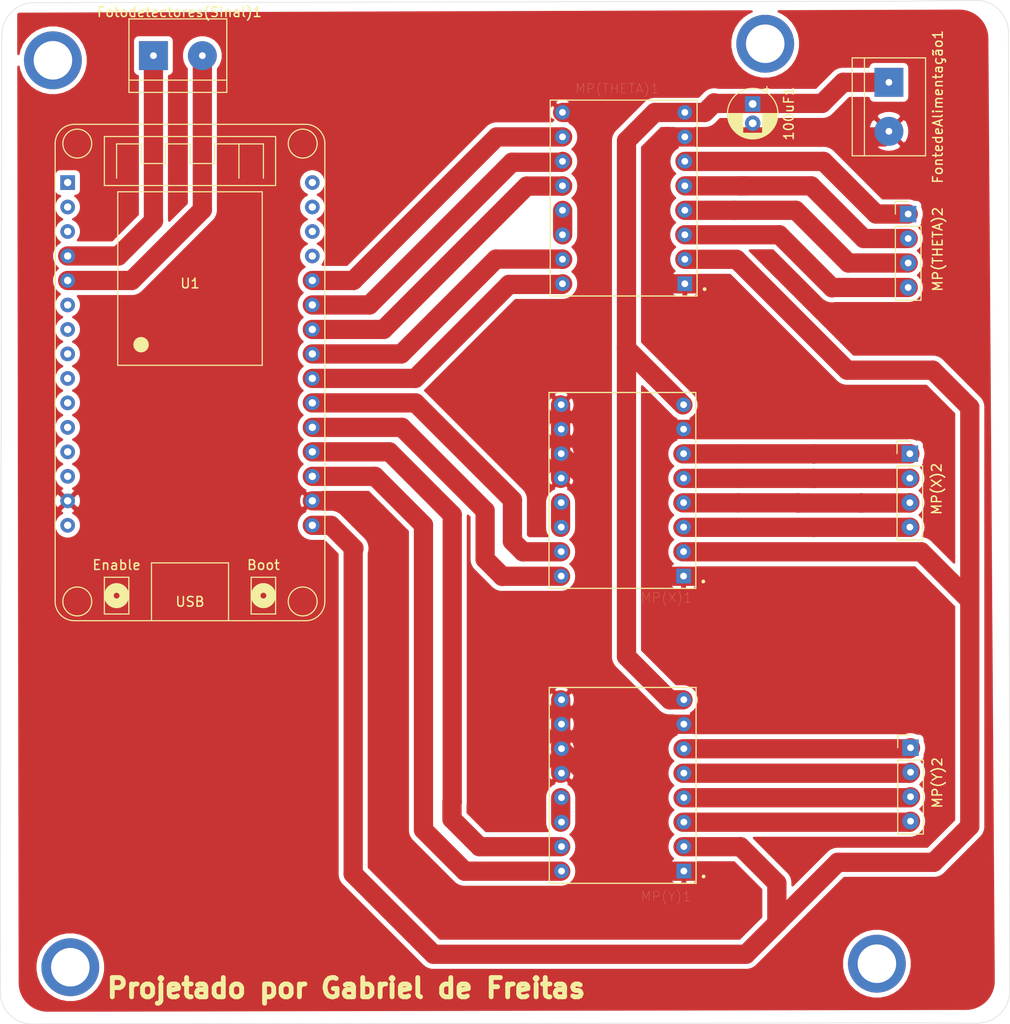
<source format=kicad_pcb>
(kicad_pcb (version 20171130) (host pcbnew 5.1.6-c6e7f7d~87~ubuntu20.04.1)

  (general
    (thickness 1.6)
    (drawings 11)
    (tracks 183)
    (zones 0)
    (modules 10)
    (nets 46)
  )

  (page A4)
  (layers
    (0 F.Cu signal)
    (31 B.Cu signal)
    (32 B.Adhes user)
    (33 F.Adhes user)
    (34 B.Paste user)
    (35 F.Paste user)
    (36 B.SilkS user)
    (37 F.SilkS user)
    (38 B.Mask user)
    (39 F.Mask user)
    (40 Dwgs.User user)
    (41 Cmts.User user)
    (42 Eco1.User user)
    (43 Eco2.User user)
    (44 Edge.Cuts user)
    (45 Margin user)
    (46 B.CrtYd user)
    (47 F.CrtYd user)
    (48 B.Fab user)
    (49 F.Fab user)
  )

  (setup
    (last_trace_width 0.25)
    (user_trace_width 1)
    (user_trace_width 2)
    (trace_clearance 0.2)
    (zone_clearance 0.508)
    (zone_45_only no)
    (trace_min 0.2)
    (via_size 0.8)
    (via_drill 0.4)
    (via_min_size 0.4)
    (via_min_drill 0.3)
    (uvia_size 0.3)
    (uvia_drill 0.1)
    (uvias_allowed no)
    (uvia_min_size 0.2)
    (uvia_min_drill 0.1)
    (edge_width 0.05)
    (segment_width 0.2)
    (pcb_text_width 0.3)
    (pcb_text_size 1.5 1.5)
    (mod_edge_width 0.12)
    (mod_text_size 1 1)
    (mod_text_width 0.15)
    (pad_size 1.7 1.7)
    (pad_drill 0.7)
    (pad_to_mask_clearance 0.05)
    (aux_axis_origin 0 0)
    (visible_elements FFFFFF7F)
    (pcbplotparams
      (layerselection 0x010fc_ffffffff)
      (usegerberextensions false)
      (usegerberattributes true)
      (usegerberadvancedattributes true)
      (creategerberjobfile true)
      (excludeedgelayer true)
      (linewidth 0.150000)
      (plotframeref false)
      (viasonmask false)
      (mode 1)
      (useauxorigin false)
      (hpglpennumber 1)
      (hpglpenspeed 20)
      (hpglpendiameter 15.000000)
      (psnegative false)
      (psa4output false)
      (plotreference true)
      (plotvalue true)
      (plotinvisibletext false)
      (padsonsilk false)
      (subtractmaskfromsilk false)
      (outputformat 1)
      (mirror false)
      (drillshape 0)
      (scaleselection 1)
      (outputdirectory "Gerber/"))
  )

  (net 0 "")
  (net 1 "Net-(U1-Pad1)")
  (net 2 "Net-(U1-Pad2)")
  (net 3 "Net-(U1-Pad3)")
  (net 4 "Net-(U1-Pad6)")
  (net 5 "Net-(U1-Pad7)")
  (net 6 "Net-(U1-Pad8)")
  (net 7 "Net-(U1-Pad9)")
  (net 8 "Net-(U1-Pad10)")
  (net 9 "Net-(U1-Pad11)")
  (net 10 "Net-(U1-Pad12)")
  (net 11 "Net-(U1-Pad13)")
  (net 12 "Net-(U1-Pad15)")
  (net 13 "Net-(U1-Pad27)")
  (net 14 "Net-(U1-Pad28)")
  (net 15 "Net-(U1-Pad29)")
  (net 16 "Net-(U1-Pad30)")
  (net 17 "DIR-MP(THETA)")
  (net 18 Vmot)
  (net 19 "STEP-MP(THETA)")
  (net 20 GND)
  (net 21 "Net-(MP(THETA)1-Pad13)")
  (net 22 "Net-(MP(THETA)1-Pad6)")
  (net 23 "Net-(MP(THETA)1-Pad5)")
  (net 24 MS3)
  (net 25 "Net-(MP(THETA)1-Pad4)")
  (net 26 MS2)
  (net 27 "Net-(MP(THETA)1-Pad3)")
  (net 28 MS1)
  (net 29 Vdd)
  (net 30 "DIR-MP(X)")
  (net 31 "STEP-MP(X)")
  (net 32 "Net-(MP(X)1-Pad13)")
  (net 33 "Net-(MP(X)1-Pad6)")
  (net 34 "Net-(MP(X)1-Pad5)")
  (net 35 "Net-(MP(X)1-Pad4)")
  (net 36 "Net-(MP(X)1-Pad3)")
  (net 37 "DIR-MP(Y)")
  (net 38 "STEP-MP(Y)")
  (net 39 "Net-(MP(Y)1-Pad13)")
  (net 40 "Net-(MP(Y)1-Pad6)")
  (net 41 "Net-(MP(Y)1-Pad5)")
  (net 42 "Net-(MP(Y)1-Pad4)")
  (net 43 "Net-(MP(Y)1-Pad3)")
  (net 44 FOTO2)
  (net 45 FOTO1)

  (net_class Default "This is the default net class."
    (clearance 0.2)
    (trace_width 0.25)
    (via_dia 0.8)
    (via_drill 0.4)
    (uvia_dia 0.3)
    (uvia_drill 0.1)
    (add_net "DIR-MP(THETA)")
    (add_net "DIR-MP(X)")
    (add_net "DIR-MP(Y)")
    (add_net FOTO1)
    (add_net FOTO2)
    (add_net GND)
    (add_net MS1)
    (add_net MS2)
    (add_net MS3)
    (add_net "Net-(MP(THETA)1-Pad13)")
    (add_net "Net-(MP(THETA)1-Pad3)")
    (add_net "Net-(MP(THETA)1-Pad4)")
    (add_net "Net-(MP(THETA)1-Pad5)")
    (add_net "Net-(MP(THETA)1-Pad6)")
    (add_net "Net-(MP(X)1-Pad13)")
    (add_net "Net-(MP(X)1-Pad3)")
    (add_net "Net-(MP(X)1-Pad4)")
    (add_net "Net-(MP(X)1-Pad5)")
    (add_net "Net-(MP(X)1-Pad6)")
    (add_net "Net-(MP(Y)1-Pad13)")
    (add_net "Net-(MP(Y)1-Pad3)")
    (add_net "Net-(MP(Y)1-Pad4)")
    (add_net "Net-(MP(Y)1-Pad5)")
    (add_net "Net-(MP(Y)1-Pad6)")
    (add_net "Net-(U1-Pad1)")
    (add_net "Net-(U1-Pad10)")
    (add_net "Net-(U1-Pad11)")
    (add_net "Net-(U1-Pad12)")
    (add_net "Net-(U1-Pad13)")
    (add_net "Net-(U1-Pad15)")
    (add_net "Net-(U1-Pad2)")
    (add_net "Net-(U1-Pad27)")
    (add_net "Net-(U1-Pad28)")
    (add_net "Net-(U1-Pad29)")
    (add_net "Net-(U1-Pad3)")
    (add_net "Net-(U1-Pad30)")
    (add_net "Net-(U1-Pad6)")
    (add_net "Net-(U1-Pad7)")
    (add_net "Net-(U1-Pad8)")
    (add_net "Net-(U1-Pad9)")
    (add_net "STEP-MP(THETA)")
    (add_net "STEP-MP(X)")
    (add_net "STEP-MP(Y)")
    (add_net Vdd)
    (add_net Vmot)
  )

  (module Connector_PinHeader_2.54mm:PinHeader_1x04_P2.54mm_Vertical (layer F.Cu) (tedit 6046738C) (tstamp 5FD8CEDD)
    (at 188.7982 80.16748)
    (descr "Through hole straight pin header, 1x04, 2.54mm pitch, single row")
    (tags "Through hole pin header THT 1x04 2.54mm single row")
    (path /5FDC0993)
    (fp_text reference "MP(X)2" (at 2.78384 3.65506 90) (layer F.SilkS)
      (effects (font (size 1 1) (thickness 0.15)))
    )
    (fp_text value Conn_01x04_Male (at 0 9.95) (layer F.Fab) hide
      (effects (font (size 1 1) (thickness 0.15)))
    )
    (fp_line (start 1.8 -1.8) (end -1.8 -1.8) (layer F.CrtYd) (width 0.05))
    (fp_line (start 1.8 9.4) (end 1.8 -1.8) (layer F.CrtYd) (width 0.05))
    (fp_line (start -1.8 9.4) (end 1.8 9.4) (layer F.CrtYd) (width 0.05))
    (fp_line (start -1.8 -1.8) (end -1.8 9.4) (layer F.CrtYd) (width 0.05))
    (fp_line (start -1.33 -1.33) (end 0 -1.33) (layer F.SilkS) (width 0.12))
    (fp_line (start -1.33 0) (end -1.33 -1.33) (layer F.SilkS) (width 0.12))
    (fp_line (start -1.33 1.27) (end 1.33 1.27) (layer F.SilkS) (width 0.12))
    (fp_line (start 1.33 1.27) (end 1.33 8.95) (layer F.SilkS) (width 0.12))
    (fp_line (start -1.33 1.27) (end -1.33 8.95) (layer F.SilkS) (width 0.12))
    (fp_line (start -1.33 8.95) (end 1.33 8.95) (layer F.SilkS) (width 0.12))
    (fp_line (start -1.27 -0.635) (end -0.635 -1.27) (layer F.Fab) (width 0.1))
    (fp_line (start -1.27 8.89) (end -1.27 -0.635) (layer F.Fab) (width 0.1))
    (fp_line (start 1.27 8.89) (end -1.27 8.89) (layer F.Fab) (width 0.1))
    (fp_line (start 1.27 -1.27) (end 1.27 8.89) (layer F.Fab) (width 0.1))
    (fp_line (start -0.635 -1.27) (end 1.27 -1.27) (layer F.Fab) (width 0.1))
    (fp_text user %R (at 0 3.81 90) (layer F.Fab)
      (effects (font (size 1 1) (thickness 0.15)))
    )
    (pad 4 thru_hole oval (at 0 7.62) (size 1.7 1.7) (drill 0.7) (layers *.Cu *.Mask)
      (net 36 "Net-(MP(X)1-Pad3)"))
    (pad 3 thru_hole oval (at 0 5.08) (size 1.7 1.7) (drill 0.7) (layers *.Cu *.Mask)
      (net 35 "Net-(MP(X)1-Pad4)"))
    (pad 2 thru_hole oval (at 0 2.54) (size 1.7 1.7) (drill 0.7) (layers *.Cu *.Mask)
      (net 34 "Net-(MP(X)1-Pad5)"))
    (pad 1 thru_hole rect (at 0 0) (size 1.7 1.7) (drill 0.7) (layers *.Cu *.Mask)
      (net 33 "Net-(MP(X)1-Pad6)"))
    (model ${KISYS3DMOD}/Connector_PinHeader_2.54mm.3dshapes/PinHeader_1x04_P2.54mm_Vertical.wrl
      (at (xyz 0 0 0))
      (scale (xyz 1 1 1))
      (rotate (xyz 0 0 0))
    )
  )

  (module Connector_PinHeader_2.54mm:PinHeader_1x04_P2.54mm_Vertical (layer F.Cu) (tedit 60467362) (tstamp 5FD8CE77)
    (at 188.62548 55.30088)
    (descr "Through hole straight pin header, 1x04, 2.54mm pitch, single row")
    (tags "Through hole pin header THT 1x04 2.54mm single row")
    (path /5FDBFA5A)
    (fp_text reference "MP(THETA)2" (at 3.06578 3.6576 90) (layer F.SilkS)
      (effects (font (size 1 1) (thickness 0.15)))
    )
    (fp_text value Conn_01x04_Male (at 0 9.95) (layer F.Fab) hide
      (effects (font (size 1 1) (thickness 0.15)))
    )
    (fp_line (start 1.8 -1.8) (end -1.8 -1.8) (layer F.CrtYd) (width 0.05))
    (fp_line (start 1.8 9.4) (end 1.8 -1.8) (layer F.CrtYd) (width 0.05))
    (fp_line (start -1.8 9.4) (end 1.8 9.4) (layer F.CrtYd) (width 0.05))
    (fp_line (start -1.8 -1.8) (end -1.8 9.4) (layer F.CrtYd) (width 0.05))
    (fp_line (start -1.33 -1.33) (end 0 -1.33) (layer F.SilkS) (width 0.12))
    (fp_line (start -1.33 0) (end -1.33 -1.33) (layer F.SilkS) (width 0.12))
    (fp_line (start -1.33 1.27) (end 1.33 1.27) (layer F.SilkS) (width 0.12))
    (fp_line (start 1.33 1.27) (end 1.33 8.95) (layer F.SilkS) (width 0.12))
    (fp_line (start -1.33 1.27) (end -1.33 8.95) (layer F.SilkS) (width 0.12))
    (fp_line (start -1.33 8.95) (end 1.33 8.95) (layer F.SilkS) (width 0.12))
    (fp_line (start -1.27 -0.635) (end -0.635 -1.27) (layer F.Fab) (width 0.1))
    (fp_line (start -1.27 8.89) (end -1.27 -0.635) (layer F.Fab) (width 0.1))
    (fp_line (start 1.27 8.89) (end -1.27 8.89) (layer F.Fab) (width 0.1))
    (fp_line (start 1.27 -1.27) (end 1.27 8.89) (layer F.Fab) (width 0.1))
    (fp_line (start -0.635 -1.27) (end 1.27 -1.27) (layer F.Fab) (width 0.1))
    (fp_text user %R (at 0 3.81 90) (layer F.Fab)
      (effects (font (size 1 1) (thickness 0.15)))
    )
    (pad 4 thru_hole oval (at 0 7.62) (size 1.7 1.7) (drill 0.7) (layers *.Cu *.Mask)
      (net 27 "Net-(MP(THETA)1-Pad3)"))
    (pad 3 thru_hole oval (at 0 5.08) (size 1.7 1.7) (drill 0.7) (layers *.Cu *.Mask)
      (net 25 "Net-(MP(THETA)1-Pad4)"))
    (pad 2 thru_hole oval (at 0 2.54) (size 1.7 1.7) (drill 0.7) (layers *.Cu *.Mask)
      (net 23 "Net-(MP(THETA)1-Pad5)"))
    (pad 1 thru_hole rect (at 0 0) (size 1.7 1.7) (drill 0.7) (layers *.Cu *.Mask)
      (net 22 "Net-(MP(THETA)1-Pad6)"))
    (model ${KISYS3DMOD}/Connector_PinHeader_2.54mm.3dshapes/PinHeader_1x04_P2.54mm_Vertical.wrl
      (at (xyz 0 0 0))
      (scale (xyz 1 1 1))
      (rotate (xyz 0 0 0))
    )
  )

  (module ReflectometroAutomatizado:MODULE_A4988 (layer F.Cu) (tedit 604671AB) (tstamp 5FD94A7A)
    (at 158.98622 114.57432 180)
    (path /5FD81086)
    (fp_text reference "MP(Y)1" (at -4.49072 -11.51636 180) (layer F.SilkS)
      (effects (font (size 1 1) (thickness 0.015)))
    )
    (fp_text value Pololu_Breakout_A4988 (at 18.285 11.065 180) (layer F.Fab) hide
      (effects (font (size 1 1) (thickness 0.015)))
    )
    (fp_circle (center -8.4 -9.45) (end -8.3 -9.45) (layer F.Fab) (width 0.2))
    (fp_line (start -7.62 10.16) (end -7.62 -10.16) (layer F.Fab) (width 0.127))
    (fp_line (start 7.62 10.16) (end -7.62 10.16) (layer F.Fab) (width 0.127))
    (fp_line (start 7.62 -10.16) (end 7.62 10.16) (layer F.Fab) (width 0.127))
    (fp_line (start -7.62 -10.16) (end 7.62 -10.16) (layer F.Fab) (width 0.127))
    (fp_circle (center -8.4 -9.45) (end -8.3 -9.45) (layer F.SilkS) (width 0.2))
    (fp_line (start 7.87 -10.41) (end -7.87 -10.41) (layer F.CrtYd) (width 0.05))
    (fp_line (start 7.87 10.41) (end 7.87 -10.41) (layer F.CrtYd) (width 0.05))
    (fp_line (start -7.87 10.41) (end 7.87 10.41) (layer F.CrtYd) (width 0.05))
    (fp_line (start -7.87 -10.41) (end -7.87 10.41) (layer F.CrtYd) (width 0.05))
    (fp_line (start -7.62 10.16) (end -7.62 -10.16) (layer F.SilkS) (width 0.127))
    (fp_line (start 7.62 10.16) (end -7.62 10.16) (layer F.SilkS) (width 0.127))
    (fp_line (start 7.62 -10.16) (end 7.62 10.16) (layer F.SilkS) (width 0.127))
    (fp_line (start -7.62 -10.16) (end 7.62 -10.16) (layer F.SilkS) (width 0.127))
    (pad 1 thru_hole rect (at -6.35 -8.89 180) (size 1.53 1.53) (drill 0.7) (layers *.Cu *.Mask)
      (net 20 GND))
    (pad 2 thru_hole circle (at -6.35 -6.35 180) (size 1.53 1.53) (drill 0.7) (layers *.Cu *.Mask)
      (net 29 Vdd))
    (pad 3 thru_hole circle (at -6.35 -3.81 180) (size 1.53 1.53) (drill 0.7) (layers *.Cu *.Mask)
      (net 43 "Net-(MP(Y)1-Pad3)"))
    (pad 4 thru_hole circle (at -6.35 -1.27 180) (size 1.53 1.53) (drill 0.7) (layers *.Cu *.Mask)
      (net 42 "Net-(MP(Y)1-Pad4)"))
    (pad 5 thru_hole circle (at -6.35 1.27 180) (size 1.53 1.53) (drill 0.7) (layers *.Cu *.Mask)
      (net 41 "Net-(MP(Y)1-Pad5)"))
    (pad 6 thru_hole circle (at -6.35 3.81 180) (size 1.53 1.53) (drill 0.7) (layers *.Cu *.Mask)
      (net 40 "Net-(MP(Y)1-Pad6)"))
    (pad 7 thru_hole circle (at -6.35 6.35 180) (size 1.53 1.53) (drill 0.7) (layers *.Cu *.Mask)
      (net 20 GND))
    (pad 8 thru_hole circle (at -6.35 8.89 180) (size 1.53 1.53) (drill 0.7) (layers *.Cu *.Mask)
      (net 18 Vmot))
    (pad 9 thru_hole circle (at 6.35 8.89 180) (size 1.53 1.53) (drill 0.7) (layers *.Cu *.Mask)
      (net 20 GND))
    (pad 10 thru_hole circle (at 6.35 6.35 180) (size 1.53 1.53) (drill 0.7) (layers *.Cu *.Mask)
      (net 20 GND))
    (pad 11 thru_hole circle (at 6.35 3.81 180) (size 1.53 1.53) (drill 0.7) (layers *.Cu *.Mask)
      (net 20 GND))
    (pad 12 thru_hole circle (at 6.35 1.27 180) (size 1.53 1.53) (drill 0.7) (layers *.Cu *.Mask)
      (net 20 GND))
    (pad 13 thru_hole circle (at 6.35 -1.27 180) (size 1.53 1.53) (drill 0.7) (layers *.Cu *.Mask)
      (net 39 "Net-(MP(Y)1-Pad13)"))
    (pad 14 thru_hole circle (at 6.35 -3.81 180) (size 1.53 1.53) (drill 0.7) (layers *.Cu *.Mask)
      (net 39 "Net-(MP(Y)1-Pad13)"))
    (pad 15 thru_hole circle (at 6.35 -6.35 180) (size 1.53 1.53) (drill 0.7) (layers *.Cu *.Mask)
      (net 38 "STEP-MP(Y)"))
    (pad 16 thru_hole circle (at 6.35 -8.89 180) (size 1.53 1.53) (drill 0.7) (layers *.Cu *.Mask)
      (net 37 "DIR-MP(Y)"))
    (model /home/gabriel/Downloads/A4988_STEPPER_MOTOR_DRIVER_CARRIER/A4988_STEPPER_MOTOR_DRIVER_CARRIER.step
      (at (xyz 0 0 0))
      (scale (xyz 1 1 1))
      (rotate (xyz -90 0 0))
    )
  )

  (module ReflectometroAutomatizado:MODULE_A4988 (layer F.Cu) (tedit 6046710B) (tstamp 5FD94A2A)
    (at 158.95828 83.9724 180)
    (path /5FD800E6)
    (fp_text reference "MP(X)1" (at -4.575 -11.135 180) (layer F.SilkS)
      (effects (font (size 1 1) (thickness 0.015)))
    )
    (fp_text value Pololu_Breakout_A4988 (at 18.285 11.065 180) (layer F.Fab) hide
      (effects (font (size 1 1) (thickness 0.015)))
    )
    (fp_circle (center -8.4 -9.45) (end -8.3 -9.45) (layer F.Fab) (width 0.2))
    (fp_line (start -7.62 10.16) (end -7.62 -10.16) (layer F.Fab) (width 0.127))
    (fp_line (start 7.62 10.16) (end -7.62 10.16) (layer F.Fab) (width 0.127))
    (fp_line (start 7.62 -10.16) (end 7.62 10.16) (layer F.Fab) (width 0.127))
    (fp_line (start -7.62 -10.16) (end 7.62 -10.16) (layer F.Fab) (width 0.127))
    (fp_circle (center -8.4 -9.45) (end -8.3 -9.45) (layer F.SilkS) (width 0.2))
    (fp_line (start 7.87 -10.41) (end -7.87 -10.41) (layer F.CrtYd) (width 0.05))
    (fp_line (start 7.87 10.41) (end 7.87 -10.41) (layer F.CrtYd) (width 0.05))
    (fp_line (start -7.87 10.41) (end 7.87 10.41) (layer F.CrtYd) (width 0.05))
    (fp_line (start -7.87 -10.41) (end -7.87 10.41) (layer F.CrtYd) (width 0.05))
    (fp_line (start -7.62 10.16) (end -7.62 -10.16) (layer F.SilkS) (width 0.127))
    (fp_line (start 7.62 10.16) (end -7.62 10.16) (layer F.SilkS) (width 0.127))
    (fp_line (start 7.62 -10.16) (end 7.62 10.16) (layer F.SilkS) (width 0.127))
    (fp_line (start -7.62 -10.16) (end 7.62 -10.16) (layer F.SilkS) (width 0.127))
    (pad 1 thru_hole rect (at -6.35 -8.89 180) (size 1.53 1.53) (drill 0.7) (layers *.Cu *.Mask)
      (net 20 GND))
    (pad 2 thru_hole circle (at -6.35 -6.35 180) (size 1.53 1.53) (drill 0.7) (layers *.Cu *.Mask)
      (net 29 Vdd))
    (pad 3 thru_hole circle (at -6.35 -3.81 180) (size 1.53 1.53) (drill 0.7) (layers *.Cu *.Mask)
      (net 36 "Net-(MP(X)1-Pad3)"))
    (pad 4 thru_hole circle (at -6.35 -1.27 180) (size 1.53 1.53) (drill 0.7) (layers *.Cu *.Mask)
      (net 35 "Net-(MP(X)1-Pad4)"))
    (pad 5 thru_hole circle (at -6.35 1.27 180) (size 1.53 1.53) (drill 0.7) (layers *.Cu *.Mask)
      (net 34 "Net-(MP(X)1-Pad5)"))
    (pad 6 thru_hole circle (at -6.35 3.81 180) (size 1.53 1.53) (drill 0.7) (layers *.Cu *.Mask)
      (net 33 "Net-(MP(X)1-Pad6)"))
    (pad 7 thru_hole circle (at -6.35 6.35 180) (size 1.53 1.53) (drill 0.7) (layers *.Cu *.Mask)
      (net 20 GND))
    (pad 8 thru_hole circle (at -6.35 8.89 180) (size 1.53 1.53) (drill 0.7) (layers *.Cu *.Mask)
      (net 18 Vmot))
    (pad 9 thru_hole circle (at 6.35 8.89 180) (size 1.53 1.53) (drill 0.7) (layers *.Cu *.Mask)
      (net 20 GND))
    (pad 10 thru_hole circle (at 6.35 6.35 180) (size 1.53 1.53) (drill 0.7) (layers *.Cu *.Mask)
      (net 20 GND))
    (pad 11 thru_hole circle (at 6.35 3.81 180) (size 1.53 1.53) (drill 0.7) (layers *.Cu *.Mask)
      (net 20 GND))
    (pad 12 thru_hole circle (at 6.35 1.27 180) (size 1.53 1.53) (drill 0.7) (layers *.Cu *.Mask)
      (net 20 GND))
    (pad 13 thru_hole circle (at 6.35 -1.27 180) (size 1.53 1.53) (drill 0.7) (layers *.Cu *.Mask)
      (net 32 "Net-(MP(X)1-Pad13)"))
    (pad 14 thru_hole circle (at 6.35 -3.81 180) (size 1.53 1.53) (drill 0.7) (layers *.Cu *.Mask)
      (net 32 "Net-(MP(X)1-Pad13)"))
    (pad 15 thru_hole circle (at 6.35 -6.35 180) (size 1.53 1.53) (drill 0.7) (layers *.Cu *.Mask)
      (net 31 "STEP-MP(X)"))
    (pad 16 thru_hole circle (at 6.35 -8.89 180) (size 1.53 1.53) (drill 0.7) (layers *.Cu *.Mask)
      (net 30 "DIR-MP(X)"))
    (model /home/gabriel/Downloads/A4988_STEPPER_MOTOR_DRIVER_CARRIER/A4988_STEPPER_MOTOR_DRIVER_CARRIER.step
      (at (xyz 0 0 0))
      (scale (xyz 1 1 1))
      (rotate (xyz -90 0 0))
    )
  )

  (module ReflectometroAutomatizado:MODULE_A4988 (layer F.Cu) (tedit 6046707C) (tstamp 5FD94104)
    (at 159.08782 53.6448 180)
    (path /5FD7EB1D)
    (fp_text reference "MP(THETA)1" (at 0.6858 11.34618 180) (layer F.SilkS)
      (effects (font (size 1 1) (thickness 0.015)))
    )
    (fp_text value Pololu_Breakout_A4988 (at 18.285 11.065 180) (layer F.Fab) hide
      (effects (font (size 1 1) (thickness 0.015)))
    )
    (fp_line (start -7.62 -10.16) (end 7.62 -10.16) (layer F.SilkS) (width 0.127))
    (fp_line (start 7.62 -10.16) (end 7.62 10.16) (layer F.SilkS) (width 0.127))
    (fp_line (start 7.62 10.16) (end -7.62 10.16) (layer F.SilkS) (width 0.127))
    (fp_line (start -7.62 10.16) (end -7.62 -10.16) (layer F.SilkS) (width 0.127))
    (fp_line (start -7.87 -10.41) (end -7.87 10.41) (layer F.CrtYd) (width 0.05))
    (fp_line (start -7.87 10.41) (end 7.87 10.41) (layer F.CrtYd) (width 0.05))
    (fp_line (start 7.87 10.41) (end 7.87 -10.41) (layer F.CrtYd) (width 0.05))
    (fp_line (start 7.87 -10.41) (end -7.87 -10.41) (layer F.CrtYd) (width 0.05))
    (fp_circle (center -8.4 -9.45) (end -8.3 -9.45) (layer F.SilkS) (width 0.2))
    (fp_line (start -7.62 -10.16) (end 7.62 -10.16) (layer F.Fab) (width 0.127))
    (fp_line (start 7.62 -10.16) (end 7.62 10.16) (layer F.Fab) (width 0.127))
    (fp_line (start 7.62 10.16) (end -7.62 10.16) (layer F.Fab) (width 0.127))
    (fp_line (start -7.62 10.16) (end -7.62 -10.16) (layer F.Fab) (width 0.127))
    (fp_circle (center -8.4 -9.45) (end -8.3 -9.45) (layer F.Fab) (width 0.2))
    (pad 1 thru_hole rect (at -6.35 -8.89 180) (size 1.53 1.53) (drill 0.7) (layers *.Cu *.Mask)
      (net 20 GND))
    (pad 2 thru_hole circle (at -6.35 -6.35 180) (size 1.53 1.53) (drill 0.7) (layers *.Cu *.Mask)
      (net 29 Vdd))
    (pad 3 thru_hole circle (at -6.35 -3.81 180) (size 1.53 1.53) (drill 0.7) (layers *.Cu *.Mask)
      (net 27 "Net-(MP(THETA)1-Pad3)"))
    (pad 4 thru_hole circle (at -6.35 -1.27 180) (size 1.53 1.53) (drill 0.7) (layers *.Cu *.Mask)
      (net 25 "Net-(MP(THETA)1-Pad4)"))
    (pad 5 thru_hole circle (at -6.35 1.27 180) (size 1.53 1.53) (drill 0.7) (layers *.Cu *.Mask)
      (net 23 "Net-(MP(THETA)1-Pad5)"))
    (pad 6 thru_hole circle (at -6.35 3.81 180) (size 1.53 1.53) (drill 0.7) (layers *.Cu *.Mask)
      (net 22 "Net-(MP(THETA)1-Pad6)"))
    (pad 7 thru_hole circle (at -6.35 6.35 180) (size 1.53 1.53) (drill 0.7) (layers *.Cu *.Mask)
      (net 20 GND))
    (pad 8 thru_hole circle (at -6.35 8.89 180) (size 1.53 1.53) (drill 0.7) (layers *.Cu *.Mask)
      (net 18 Vmot))
    (pad 9 thru_hole circle (at 6.35 8.89 180) (size 1.53 1.53) (drill 0.7) (layers *.Cu *.Mask)
      (net 20 GND))
    (pad 10 thru_hole circle (at 6.35 6.35 180) (size 1.53 1.53) (drill 0.7) (layers *.Cu *.Mask)
      (net 28 MS1))
    (pad 11 thru_hole circle (at 6.35 3.81 180) (size 1.53 1.53) (drill 0.7) (layers *.Cu *.Mask)
      (net 26 MS2))
    (pad 12 thru_hole circle (at 6.35 1.27 180) (size 1.53 1.53) (drill 0.7) (layers *.Cu *.Mask)
      (net 24 MS3))
    (pad 13 thru_hole circle (at 6.35 -1.27 180) (size 1.53 1.53) (drill 0.7) (layers *.Cu *.Mask)
      (net 21 "Net-(MP(THETA)1-Pad13)"))
    (pad 14 thru_hole circle (at 6.35 -3.81 180) (size 1.53 1.53) (drill 0.7) (layers *.Cu *.Mask)
      (net 21 "Net-(MP(THETA)1-Pad13)"))
    (pad 15 thru_hole circle (at 6.35 -6.35 180) (size 1.53 1.53) (drill 0.7) (layers *.Cu *.Mask)
      (net 19 "STEP-MP(THETA)"))
    (pad 16 thru_hole circle (at 6.35 -8.89 180) (size 1.53 1.53) (drill 0.7) (layers *.Cu *.Mask)
      (net 17 "DIR-MP(THETA)"))
    (model /home/gabriel/Downloads/A4988_STEPPER_MOTOR_DRIVER_CARRIER/A4988_STEPPER_MOTOR_DRIVER_CARRIER.step
      (at (xyz 0 0 0))
      (scale (xyz 1 1 1))
      (rotate (xyz -90 0 0))
    )
  )

  (module Capacitor_THT:CP_Radial_D5.0mm_P2.00mm (layer F.Cu) (tedit 5AE50EF0) (tstamp 5FE10FA8)
    (at 172.48378 43.88358 270)
    (descr "CP, Radial series, Radial, pin pitch=2.00mm, , diameter=5mm, Electrolytic Capacitor")
    (tags "CP Radial series Radial pin pitch 2.00mm  diameter 5mm Electrolytic Capacitor")
    (path /5FD94514)
    (fp_text reference 100uF1 (at 1 -3.75 90) (layer F.SilkS)
      (effects (font (size 1 1) (thickness 0.15)))
    )
    (fp_text value CP_Small (at 2.14376 -1.83896 90) (layer F.Fab) hide
      (effects (font (size 1 1) (thickness 0.15)))
    )
    (fp_circle (center 1 0) (end 3.5 0) (layer F.Fab) (width 0.1))
    (fp_circle (center 1 0) (end 3.62 0) (layer F.SilkS) (width 0.12))
    (fp_circle (center 1 0) (end 3.75 0) (layer F.CrtYd) (width 0.05))
    (fp_line (start -1.133605 -1.0875) (end -0.633605 -1.0875) (layer F.Fab) (width 0.1))
    (fp_line (start -0.883605 -1.3375) (end -0.883605 -0.8375) (layer F.Fab) (width 0.1))
    (fp_line (start 1 1.04) (end 1 2.58) (layer F.SilkS) (width 0.12))
    (fp_line (start 1 -2.58) (end 1 -1.04) (layer F.SilkS) (width 0.12))
    (fp_line (start 1.04 1.04) (end 1.04 2.58) (layer F.SilkS) (width 0.12))
    (fp_line (start 1.04 -2.58) (end 1.04 -1.04) (layer F.SilkS) (width 0.12))
    (fp_line (start 1.08 -2.579) (end 1.08 -1.04) (layer F.SilkS) (width 0.12))
    (fp_line (start 1.08 1.04) (end 1.08 2.579) (layer F.SilkS) (width 0.12))
    (fp_line (start 1.12 -2.578) (end 1.12 -1.04) (layer F.SilkS) (width 0.12))
    (fp_line (start 1.12 1.04) (end 1.12 2.578) (layer F.SilkS) (width 0.12))
    (fp_line (start 1.16 -2.576) (end 1.16 -1.04) (layer F.SilkS) (width 0.12))
    (fp_line (start 1.16 1.04) (end 1.16 2.576) (layer F.SilkS) (width 0.12))
    (fp_line (start 1.2 -2.573) (end 1.2 -1.04) (layer F.SilkS) (width 0.12))
    (fp_line (start 1.2 1.04) (end 1.2 2.573) (layer F.SilkS) (width 0.12))
    (fp_line (start 1.24 -2.569) (end 1.24 -1.04) (layer F.SilkS) (width 0.12))
    (fp_line (start 1.24 1.04) (end 1.24 2.569) (layer F.SilkS) (width 0.12))
    (fp_line (start 1.28 -2.565) (end 1.28 -1.04) (layer F.SilkS) (width 0.12))
    (fp_line (start 1.28 1.04) (end 1.28 2.565) (layer F.SilkS) (width 0.12))
    (fp_line (start 1.32 -2.561) (end 1.32 -1.04) (layer F.SilkS) (width 0.12))
    (fp_line (start 1.32 1.04) (end 1.32 2.561) (layer F.SilkS) (width 0.12))
    (fp_line (start 1.36 -2.556) (end 1.36 -1.04) (layer F.SilkS) (width 0.12))
    (fp_line (start 1.36 1.04) (end 1.36 2.556) (layer F.SilkS) (width 0.12))
    (fp_line (start 1.4 -2.55) (end 1.4 -1.04) (layer F.SilkS) (width 0.12))
    (fp_line (start 1.4 1.04) (end 1.4 2.55) (layer F.SilkS) (width 0.12))
    (fp_line (start 1.44 -2.543) (end 1.44 -1.04) (layer F.SilkS) (width 0.12))
    (fp_line (start 1.44 1.04) (end 1.44 2.543) (layer F.SilkS) (width 0.12))
    (fp_line (start 1.48 -2.536) (end 1.48 -1.04) (layer F.SilkS) (width 0.12))
    (fp_line (start 1.48 1.04) (end 1.48 2.536) (layer F.SilkS) (width 0.12))
    (fp_line (start 1.52 -2.528) (end 1.52 -1.04) (layer F.SilkS) (width 0.12))
    (fp_line (start 1.52 1.04) (end 1.52 2.528) (layer F.SilkS) (width 0.12))
    (fp_line (start 1.56 -2.52) (end 1.56 -1.04) (layer F.SilkS) (width 0.12))
    (fp_line (start 1.56 1.04) (end 1.56 2.52) (layer F.SilkS) (width 0.12))
    (fp_line (start 1.6 -2.511) (end 1.6 -1.04) (layer F.SilkS) (width 0.12))
    (fp_line (start 1.6 1.04) (end 1.6 2.511) (layer F.SilkS) (width 0.12))
    (fp_line (start 1.64 -2.501) (end 1.64 -1.04) (layer F.SilkS) (width 0.12))
    (fp_line (start 1.64 1.04) (end 1.64 2.501) (layer F.SilkS) (width 0.12))
    (fp_line (start 1.68 -2.491) (end 1.68 -1.04) (layer F.SilkS) (width 0.12))
    (fp_line (start 1.68 1.04) (end 1.68 2.491) (layer F.SilkS) (width 0.12))
    (fp_line (start 1.721 -2.48) (end 1.721 -1.04) (layer F.SilkS) (width 0.12))
    (fp_line (start 1.721 1.04) (end 1.721 2.48) (layer F.SilkS) (width 0.12))
    (fp_line (start 1.761 -2.468) (end 1.761 -1.04) (layer F.SilkS) (width 0.12))
    (fp_line (start 1.761 1.04) (end 1.761 2.468) (layer F.SilkS) (width 0.12))
    (fp_line (start 1.801 -2.455) (end 1.801 -1.04) (layer F.SilkS) (width 0.12))
    (fp_line (start 1.801 1.04) (end 1.801 2.455) (layer F.SilkS) (width 0.12))
    (fp_line (start 1.841 -2.442) (end 1.841 -1.04) (layer F.SilkS) (width 0.12))
    (fp_line (start 1.841 1.04) (end 1.841 2.442) (layer F.SilkS) (width 0.12))
    (fp_line (start 1.881 -2.428) (end 1.881 -1.04) (layer F.SilkS) (width 0.12))
    (fp_line (start 1.881 1.04) (end 1.881 2.428) (layer F.SilkS) (width 0.12))
    (fp_line (start 1.921 -2.414) (end 1.921 -1.04) (layer F.SilkS) (width 0.12))
    (fp_line (start 1.921 1.04) (end 1.921 2.414) (layer F.SilkS) (width 0.12))
    (fp_line (start 1.961 -2.398) (end 1.961 -1.04) (layer F.SilkS) (width 0.12))
    (fp_line (start 1.961 1.04) (end 1.961 2.398) (layer F.SilkS) (width 0.12))
    (fp_line (start 2.001 -2.382) (end 2.001 -1.04) (layer F.SilkS) (width 0.12))
    (fp_line (start 2.001 1.04) (end 2.001 2.382) (layer F.SilkS) (width 0.12))
    (fp_line (start 2.041 -2.365) (end 2.041 -1.04) (layer F.SilkS) (width 0.12))
    (fp_line (start 2.041 1.04) (end 2.041 2.365) (layer F.SilkS) (width 0.12))
    (fp_line (start 2.081 -2.348) (end 2.081 -1.04) (layer F.SilkS) (width 0.12))
    (fp_line (start 2.081 1.04) (end 2.081 2.348) (layer F.SilkS) (width 0.12))
    (fp_line (start 2.121 -2.329) (end 2.121 -1.04) (layer F.SilkS) (width 0.12))
    (fp_line (start 2.121 1.04) (end 2.121 2.329) (layer F.SilkS) (width 0.12))
    (fp_line (start 2.161 -2.31) (end 2.161 -1.04) (layer F.SilkS) (width 0.12))
    (fp_line (start 2.161 1.04) (end 2.161 2.31) (layer F.SilkS) (width 0.12))
    (fp_line (start 2.201 -2.29) (end 2.201 -1.04) (layer F.SilkS) (width 0.12))
    (fp_line (start 2.201 1.04) (end 2.201 2.29) (layer F.SilkS) (width 0.12))
    (fp_line (start 2.241 -2.268) (end 2.241 -1.04) (layer F.SilkS) (width 0.12))
    (fp_line (start 2.241 1.04) (end 2.241 2.268) (layer F.SilkS) (width 0.12))
    (fp_line (start 2.281 -2.247) (end 2.281 -1.04) (layer F.SilkS) (width 0.12))
    (fp_line (start 2.281 1.04) (end 2.281 2.247) (layer F.SilkS) (width 0.12))
    (fp_line (start 2.321 -2.224) (end 2.321 -1.04) (layer F.SilkS) (width 0.12))
    (fp_line (start 2.321 1.04) (end 2.321 2.224) (layer F.SilkS) (width 0.12))
    (fp_line (start 2.361 -2.2) (end 2.361 -1.04) (layer F.SilkS) (width 0.12))
    (fp_line (start 2.361 1.04) (end 2.361 2.2) (layer F.SilkS) (width 0.12))
    (fp_line (start 2.401 -2.175) (end 2.401 -1.04) (layer F.SilkS) (width 0.12))
    (fp_line (start 2.401 1.04) (end 2.401 2.175) (layer F.SilkS) (width 0.12))
    (fp_line (start 2.441 -2.149) (end 2.441 -1.04) (layer F.SilkS) (width 0.12))
    (fp_line (start 2.441 1.04) (end 2.441 2.149) (layer F.SilkS) (width 0.12))
    (fp_line (start 2.481 -2.122) (end 2.481 -1.04) (layer F.SilkS) (width 0.12))
    (fp_line (start 2.481 1.04) (end 2.481 2.122) (layer F.SilkS) (width 0.12))
    (fp_line (start 2.521 -2.095) (end 2.521 -1.04) (layer F.SilkS) (width 0.12))
    (fp_line (start 2.521 1.04) (end 2.521 2.095) (layer F.SilkS) (width 0.12))
    (fp_line (start 2.561 -2.065) (end 2.561 -1.04) (layer F.SilkS) (width 0.12))
    (fp_line (start 2.561 1.04) (end 2.561 2.065) (layer F.SilkS) (width 0.12))
    (fp_line (start 2.601 -2.035) (end 2.601 -1.04) (layer F.SilkS) (width 0.12))
    (fp_line (start 2.601 1.04) (end 2.601 2.035) (layer F.SilkS) (width 0.12))
    (fp_line (start 2.641 -2.004) (end 2.641 -1.04) (layer F.SilkS) (width 0.12))
    (fp_line (start 2.641 1.04) (end 2.641 2.004) (layer F.SilkS) (width 0.12))
    (fp_line (start 2.681 -1.971) (end 2.681 -1.04) (layer F.SilkS) (width 0.12))
    (fp_line (start 2.681 1.04) (end 2.681 1.971) (layer F.SilkS) (width 0.12))
    (fp_line (start 2.721 -1.937) (end 2.721 -1.04) (layer F.SilkS) (width 0.12))
    (fp_line (start 2.721 1.04) (end 2.721 1.937) (layer F.SilkS) (width 0.12))
    (fp_line (start 2.761 -1.901) (end 2.761 -1.04) (layer F.SilkS) (width 0.12))
    (fp_line (start 2.761 1.04) (end 2.761 1.901) (layer F.SilkS) (width 0.12))
    (fp_line (start 2.801 -1.864) (end 2.801 -1.04) (layer F.SilkS) (width 0.12))
    (fp_line (start 2.801 1.04) (end 2.801 1.864) (layer F.SilkS) (width 0.12))
    (fp_line (start 2.841 -1.826) (end 2.841 -1.04) (layer F.SilkS) (width 0.12))
    (fp_line (start 2.841 1.04) (end 2.841 1.826) (layer F.SilkS) (width 0.12))
    (fp_line (start 2.881 -1.785) (end 2.881 -1.04) (layer F.SilkS) (width 0.12))
    (fp_line (start 2.881 1.04) (end 2.881 1.785) (layer F.SilkS) (width 0.12))
    (fp_line (start 2.921 -1.743) (end 2.921 -1.04) (layer F.SilkS) (width 0.12))
    (fp_line (start 2.921 1.04) (end 2.921 1.743) (layer F.SilkS) (width 0.12))
    (fp_line (start 2.961 -1.699) (end 2.961 -1.04) (layer F.SilkS) (width 0.12))
    (fp_line (start 2.961 1.04) (end 2.961 1.699) (layer F.SilkS) (width 0.12))
    (fp_line (start 3.001 -1.653) (end 3.001 -1.04) (layer F.SilkS) (width 0.12))
    (fp_line (start 3.001 1.04) (end 3.001 1.653) (layer F.SilkS) (width 0.12))
    (fp_line (start 3.041 -1.605) (end 3.041 1.605) (layer F.SilkS) (width 0.12))
    (fp_line (start 3.081 -1.554) (end 3.081 1.554) (layer F.SilkS) (width 0.12))
    (fp_line (start 3.121 -1.5) (end 3.121 1.5) (layer F.SilkS) (width 0.12))
    (fp_line (start 3.161 -1.443) (end 3.161 1.443) (layer F.SilkS) (width 0.12))
    (fp_line (start 3.201 -1.383) (end 3.201 1.383) (layer F.SilkS) (width 0.12))
    (fp_line (start 3.241 -1.319) (end 3.241 1.319) (layer F.SilkS) (width 0.12))
    (fp_line (start 3.281 -1.251) (end 3.281 1.251) (layer F.SilkS) (width 0.12))
    (fp_line (start 3.321 -1.178) (end 3.321 1.178) (layer F.SilkS) (width 0.12))
    (fp_line (start 3.361 -1.098) (end 3.361 1.098) (layer F.SilkS) (width 0.12))
    (fp_line (start 3.401 -1.011) (end 3.401 1.011) (layer F.SilkS) (width 0.12))
    (fp_line (start 3.441 -0.915) (end 3.441 0.915) (layer F.SilkS) (width 0.12))
    (fp_line (start 3.481 -0.805) (end 3.481 0.805) (layer F.SilkS) (width 0.12))
    (fp_line (start 3.521 -0.677) (end 3.521 0.677) (layer F.SilkS) (width 0.12))
    (fp_line (start 3.561 -0.518) (end 3.561 0.518) (layer F.SilkS) (width 0.12))
    (fp_line (start 3.601 -0.284) (end 3.601 0.284) (layer F.SilkS) (width 0.12))
    (fp_line (start -1.804775 -1.475) (end -1.304775 -1.475) (layer F.SilkS) (width 0.12))
    (fp_line (start -1.554775 -1.725) (end -1.554775 -1.225) (layer F.SilkS) (width 0.12))
    (fp_text user %R (at 1 0 90) (layer F.Fab)
      (effects (font (size 1 1) (thickness 0.15)))
    )
    (pad 2 thru_hole circle (at 2 0 270) (size 1.6 1.6) (drill 0.8) (layers *.Cu *.Mask)
      (net 20 GND))
    (pad 1 thru_hole rect (at 0 0 270) (size 1.6 1.6) (drill 0.8) (layers *.Cu *.Mask)
      (net 18 Vmot))
    (model ${KISYS3DMOD}/Capacitor_THT.3dshapes/CP_Radial_D5.0mm_P2.00mm.wrl
      (at (xyz 0 0 0))
      (scale (xyz 1 1 1))
      (rotate (xyz 0 0 0))
    )
  )

  (module Connector_PinHeader_2.54mm:PinHeader_1x04_P2.54mm_Vertical (layer F.Cu) (tedit 604673E5) (tstamp 5FD8CF43)
    (at 188.86932 110.67288)
    (descr "Through hole straight pin header, 1x04, 2.54mm pitch, single row")
    (tags "Through hole pin header THT 1x04 2.54mm single row")
    (path /5FDC2FAC)
    (fp_text reference "MP(Y)2" (at 2.7813 3.63474 90) (layer F.SilkS)
      (effects (font (size 1 1) (thickness 0.15)))
    )
    (fp_text value Conn_01x04_Male (at 0 9.95) (layer F.Fab) hide
      (effects (font (size 1 1) (thickness 0.15)))
    )
    (fp_line (start 1.8 -1.8) (end -1.8 -1.8) (layer F.CrtYd) (width 0.05))
    (fp_line (start 1.8 9.4) (end 1.8 -1.8) (layer F.CrtYd) (width 0.05))
    (fp_line (start -1.8 9.4) (end 1.8 9.4) (layer F.CrtYd) (width 0.05))
    (fp_line (start -1.8 -1.8) (end -1.8 9.4) (layer F.CrtYd) (width 0.05))
    (fp_line (start -1.33 -1.33) (end 0 -1.33) (layer F.SilkS) (width 0.12))
    (fp_line (start -1.33 0) (end -1.33 -1.33) (layer F.SilkS) (width 0.12))
    (fp_line (start -1.33 1.27) (end 1.33 1.27) (layer F.SilkS) (width 0.12))
    (fp_line (start 1.33 1.27) (end 1.33 8.95) (layer F.SilkS) (width 0.12))
    (fp_line (start -1.33 1.27) (end -1.33 8.95) (layer F.SilkS) (width 0.12))
    (fp_line (start -1.33 8.95) (end 1.33 8.95) (layer F.SilkS) (width 0.12))
    (fp_line (start -1.27 -0.635) (end -0.635 -1.27) (layer F.Fab) (width 0.1))
    (fp_line (start -1.27 8.89) (end -1.27 -0.635) (layer F.Fab) (width 0.1))
    (fp_line (start 1.27 8.89) (end -1.27 8.89) (layer F.Fab) (width 0.1))
    (fp_line (start 1.27 -1.27) (end 1.27 8.89) (layer F.Fab) (width 0.1))
    (fp_line (start -0.635 -1.27) (end 1.27 -1.27) (layer F.Fab) (width 0.1))
    (fp_text user %R (at 0 3.81 90) (layer F.Fab)
      (effects (font (size 1 1) (thickness 0.15)))
    )
    (pad 4 thru_hole oval (at 0 7.62) (size 1.7 1.7) (drill 0.7) (layers *.Cu *.Mask)
      (net 43 "Net-(MP(Y)1-Pad3)"))
    (pad 3 thru_hole oval (at 0 5.08) (size 1.7 1.7) (drill 0.7) (layers *.Cu *.Mask)
      (net 42 "Net-(MP(Y)1-Pad4)"))
    (pad 2 thru_hole oval (at 0 2.54) (size 1.7 1.7) (drill 0.7) (layers *.Cu *.Mask)
      (net 41 "Net-(MP(Y)1-Pad5)"))
    (pad 1 thru_hole rect (at 0 0) (size 1.7 1.7) (drill 0.7) (layers *.Cu *.Mask)
      (net 40 "Net-(MP(Y)1-Pad6)"))
    (model ${KISYS3DMOD}/Connector_PinHeader_2.54mm.3dshapes/PinHeader_1x04_P2.54mm_Vertical.wrl
      (at (xyz 0 0 0))
      (scale (xyz 1 1 1))
      (rotate (xyz 0 0 0))
    )
  )

  (module TerminalBlock:TerminalBlock_bornier-2_P5.08mm (layer F.Cu) (tedit 60467324) (tstamp 5FD841F4)
    (at 110.27156 38.86962)
    (descr "simple 2-pin terminal block, pitch 5.08mm, revamped version of bornier2")
    (tags "terminal block bornier2")
    (path /5FDD6296)
    (fp_text reference "Fotodetectores(Sinal)1" (at 2.69494 -4.51358) (layer F.SilkS)
      (effects (font (size 1 1) (thickness 0.15)))
    )
    (fp_text value Screw_Terminal_01x02 (at 2.54 5.08) (layer F.Fab)
      (effects (font (size 1 1) (thickness 0.15)))
    )
    (fp_line (start 7.79 4) (end -2.71 4) (layer F.CrtYd) (width 0.05))
    (fp_line (start 7.79 4) (end 7.79 -4) (layer F.CrtYd) (width 0.05))
    (fp_line (start -2.71 -4) (end -2.71 4) (layer F.CrtYd) (width 0.05))
    (fp_line (start -2.71 -4) (end 7.79 -4) (layer F.CrtYd) (width 0.05))
    (fp_line (start -2.54 3.81) (end 7.62 3.81) (layer F.SilkS) (width 0.12))
    (fp_line (start -2.54 -3.81) (end -2.54 3.81) (layer F.SilkS) (width 0.12))
    (fp_line (start 7.62 -3.81) (end -2.54 -3.81) (layer F.SilkS) (width 0.12))
    (fp_line (start 7.62 3.81) (end 7.62 -3.81) (layer F.SilkS) (width 0.12))
    (fp_line (start 7.62 2.54) (end -2.54 2.54) (layer F.SilkS) (width 0.12))
    (fp_line (start 7.54 -3.75) (end -2.46 -3.75) (layer F.Fab) (width 0.1))
    (fp_line (start 7.54 3.75) (end 7.54 -3.75) (layer F.Fab) (width 0.1))
    (fp_line (start -2.46 3.75) (end 7.54 3.75) (layer F.Fab) (width 0.1))
    (fp_line (start -2.46 -3.75) (end -2.46 3.75) (layer F.Fab) (width 0.1))
    (fp_line (start -2.41 2.55) (end 7.49 2.55) (layer F.Fab) (width 0.1))
    (fp_text user %R (at 2.54 0) (layer F.Fab)
      (effects (font (size 1 1) (thickness 0.15)))
    )
    (pad 2 thru_hole circle (at 5.08 0) (size 3 3) (drill 0.7) (layers *.Cu *.Mask)
      (net 44 FOTO2))
    (pad 1 thru_hole rect (at 0 0) (size 3 3) (drill 0.7) (layers *.Cu *.Mask)
      (net 45 FOTO1))
    (model ${KISYS3DMOD}/TerminalBlock.3dshapes/TerminalBlock_bornier-2_P5.08mm.wrl
      (offset (xyz 2.539999961853027 0 0))
      (scale (xyz 1 1 1))
      (rotate (xyz 0 0 0))
    )
  )

  (module TerminalBlock:TerminalBlock_bornier-2_P5.08mm (layer F.Cu) (tedit 6046730C) (tstamp 5FD841DF)
    (at 186.62396 41.64076 270)
    (descr "simple 2-pin terminal block, pitch 5.08mm, revamped version of bornier2")
    (tags "terminal block bornier2")
    (path /5FDBA6AE)
    (fp_text reference FontedeAlimentação1 (at 2.54 -5.08 90) (layer F.SilkS)
      (effects (font (size 1 1) (thickness 0.15)))
    )
    (fp_text value Screw_Terminal_01x02 (at 2.54 5.08 90) (layer F.Fab) hide
      (effects (font (size 1 1) (thickness 0.15)))
    )
    (fp_line (start 7.79 4) (end -2.71 4) (layer F.CrtYd) (width 0.05))
    (fp_line (start 7.79 4) (end 7.79 -4) (layer F.CrtYd) (width 0.05))
    (fp_line (start -2.71 -4) (end -2.71 4) (layer F.CrtYd) (width 0.05))
    (fp_line (start -2.71 -4) (end 7.79 -4) (layer F.CrtYd) (width 0.05))
    (fp_line (start -2.54 3.81) (end 7.62 3.81) (layer F.SilkS) (width 0.12))
    (fp_line (start -2.54 -3.81) (end -2.54 3.81) (layer F.SilkS) (width 0.12))
    (fp_line (start 7.62 -3.81) (end -2.54 -3.81) (layer F.SilkS) (width 0.12))
    (fp_line (start 7.62 3.81) (end 7.62 -3.81) (layer F.SilkS) (width 0.12))
    (fp_line (start 7.62 2.54) (end -2.54 2.54) (layer F.SilkS) (width 0.12))
    (fp_line (start 7.54 -3.75) (end -2.46 -3.75) (layer F.Fab) (width 0.1))
    (fp_line (start 7.54 3.75) (end 7.54 -3.75) (layer F.Fab) (width 0.1))
    (fp_line (start -2.46 3.75) (end 7.54 3.75) (layer F.Fab) (width 0.1))
    (fp_line (start -2.46 -3.75) (end -2.46 3.75) (layer F.Fab) (width 0.1))
    (fp_line (start -2.41 2.55) (end 7.49 2.55) (layer F.Fab) (width 0.1))
    (fp_text user %R (at 2.54 0 90) (layer F.Fab) hide
      (effects (font (size 1 1) (thickness 0.15)))
    )
    (pad 2 thru_hole circle (at 5.08 0 270) (size 3 3) (drill 0.7) (layers *.Cu *.Mask)
      (net 20 GND))
    (pad 1 thru_hole rect (at 0 0 270) (size 3 3) (drill 0.7) (layers *.Cu F.Mask)
      (net 18 Vmot))
    (model ${KISYS3DMOD}/TerminalBlock.3dshapes/TerminalBlock_bornier-2_P5.08mm.wrl
      (offset (xyz 2.539999961853027 0 0))
      (scale (xyz 1 1 1))
      (rotate (xyz 0 0 0))
    )
  )

  (module ReflectometroAutomatizado:esp32_devkit_v1_doit (layer F.Cu) (tedit 5F4BBE44) (tstamp 5FD83727)
    (at 114.06886 52.03444)
    (descr "ESPWROOM32, ESP32, 30 GPIOs version")
    (path /5FD7D28A)
    (attr smd)
    (fp_text reference U1 (at 0 10.47) (layer F.SilkS)
      (effects (font (size 1 1) (thickness 0.15)))
    )
    (fp_text value ESP32_DevKit_V1_DOIT (at 0 8.7) (layer F.Fab)
      (effects (font (size 1 1) (thickness 0.15)))
    )
    (fp_circle (center 7.62 42.855) (end 7.92 42.855) (layer F.SilkS) (width 1))
    (fp_circle (center -7.62 42.855) (end -7.32 42.855) (layer F.SilkS) (width 1))
    (fp_line (start -6.35 40.95) (end -6.35 44.76) (layer F.SilkS) (width 0.12))
    (fp_line (start -8.89 40.95) (end -6.35 40.95) (layer F.SilkS) (width 0.12))
    (fp_line (start -8.89 44.76) (end -8.89 40.95) (layer F.SilkS) (width 0.12))
    (fp_line (start -6.35 44.76) (end -8.89 44.76) (layer F.SilkS) (width 0.12))
    (fp_line (start 6.35 44.76) (end 6.35 40.95) (layer F.SilkS) (width 0.12))
    (fp_line (start 8.89 44.76) (end 6.35 44.76) (layer F.SilkS) (width 0.12))
    (fp_line (start 8.89 40.95) (end 8.89 44.76) (layer F.SilkS) (width 0.12))
    (fp_line (start 6.35 40.95) (end 8.89 40.95) (layer F.SilkS) (width 0.12))
    (fp_circle (center -5.08 16.82) (end -4.68 16.82) (layer F.SilkS) (width 0.8))
    (fp_line (start -7.5 18.96) (end -7.5 0.96) (layer F.SilkS) (width 0.12))
    (fp_line (start 7.5 18.96) (end -7.5 18.96) (layer F.SilkS) (width 0.12))
    (fp_line (start 7.5 0.96) (end 7.5 18.96) (layer F.SilkS) (width 0.12))
    (fp_line (start -7.5 0.96) (end 7.5 0.96) (layer F.SilkS) (width 0.12))
    (fp_line (start 5.08 -4.008) (end 5.08 -0.452) (layer F.SilkS) (width 0.12))
    (fp_line (start 7.62 -4.008) (end 7.62 -0.452) (layer F.SilkS) (width 0.12))
    (fp_line (start 2.54 -4.008) (end 7.62 -4.008) (layer F.SilkS) (width 0.12))
    (fp_line (start 2.54 -1.976) (end 2.54 -4.008) (layer F.SilkS) (width 0.12))
    (fp_line (start 0 -1.976) (end 2.54 -1.976) (layer F.SilkS) (width 0.12))
    (fp_line (start 0 -4.008) (end 0 -1.976) (layer F.SilkS) (width 0.12))
    (fp_line (start -2.54 -4.008) (end 0 -4.008) (layer F.SilkS) (width 0.12))
    (fp_line (start -2.54 -1.976) (end -2.54 -4.008) (layer F.SilkS) (width 0.12))
    (fp_line (start -5.08 -1.976) (end -2.54 -1.976) (layer F.SilkS) (width 0.12))
    (fp_line (start -5.08 -4.008) (end -5.08 -1.976) (layer F.SilkS) (width 0.12))
    (fp_line (start -7.62 -4.008) (end -5.08 -4.008) (layer F.SilkS) (width 0.12))
    (fp_line (start -7.62 -0.452) (end -7.62 -4.008) (layer F.SilkS) (width 0.12))
    (fp_line (start -8.89 0.31) (end -8.89 -4.77) (layer F.SilkS) (width 0.12))
    (fp_line (start 8.89 0.31) (end -8.89 0.31) (layer F.SilkS) (width 0.12))
    (fp_line (start 8.89 -4.77) (end 8.89 0.31) (layer F.SilkS) (width 0.12))
    (fp_line (start -8.89 -4.77) (end 8.89 -4.77) (layer F.SilkS) (width 0.12))
    (fp_line (start -4 39.46) (end 4 39.46) (layer F.SilkS) (width 0.12))
    (fp_line (start 4 39.46) (end 4 45.46) (layer F.SilkS) (width 0.12))
    (fp_line (start -4 39.46) (end -4 45.46) (layer F.SilkS) (width 0.12))
    (fp_circle (center 11.7 43.46) (end 13.2 43.46) (layer F.SilkS) (width 0.12))
    (fp_circle (center -11.7 43.46) (end -10.2 43.46) (layer F.SilkS) (width 0.12))
    (fp_line (start -12 -6.04) (end 12 -6.04) (layer F.SilkS) (width 0.12))
    (fp_line (start -12 45.46) (end 12 45.46) (layer F.SilkS) (width 0.12))
    (fp_line (start -14 -4.04) (end -14 43.46) (layer F.SilkS) (width 0.12))
    (fp_line (start 14 43.46) (end 14 -4.04) (layer F.SilkS) (width 0.12))
    (fp_circle (center 11.7 -4.04) (end 13.2 -4.04) (layer F.SilkS) (width 0.12))
    (fp_circle (center -11.7 -4.04) (end -10.2 -4.04) (layer F.SilkS) (width 0.12))
    (fp_text user USB (at 0 43.49) (layer F.SilkS)
      (effects (font (size 1 1) (thickness 0.15)))
    )
    (fp_text user Boot (at 7.62 39.68) (layer F.SilkS)
      (effects (font (size 1 1) (thickness 0.15)))
    )
    (fp_text user Enable (at -7.62 39.68) (layer F.SilkS)
      (effects (font (size 1 1) (thickness 0.15)))
    )
    (fp_arc (start 12 -4.04) (end 14 -4.04) (angle -90) (layer F.SilkS) (width 0.12))
    (fp_arc (start -12 -4.04) (end -12 -6.04) (angle -90) (layer F.SilkS) (width 0.12))
    (fp_arc (start -12 43.46) (end -14 43.46) (angle -90) (layer F.SilkS) (width 0.12))
    (fp_arc (start 12 43.46) (end 12 45.46) (angle -90) (layer F.SilkS) (width 0.12))
    (pad 1 thru_hole rect (at -12.7 0) (size 1.524 1.524) (drill 0.762) (layers *.Cu *.Mask)
      (net 1 "Net-(U1-Pad1)"))
    (pad 2 thru_hole circle (at -12.7 2.54) (size 1.524 1.524) (drill 0.762) (layers *.Cu *.Mask)
      (net 2 "Net-(U1-Pad2)"))
    (pad 3 thru_hole circle (at -12.7 5.08) (size 1.524 1.524) (drill 0.762) (layers *.Cu *.Mask)
      (net 3 "Net-(U1-Pad3)"))
    (pad 4 thru_hole circle (at -12.7 7.62) (size 1.524 1.524) (drill 0.762) (layers *.Cu *.Mask)
      (net 45 FOTO1))
    (pad 5 thru_hole circle (at -12.7 10.16) (size 1.524 1.524) (drill 0.762) (layers *.Cu *.Mask)
      (net 44 FOTO2))
    (pad 6 thru_hole circle (at -12.7 12.7) (size 1.524 1.524) (drill 0.762) (layers *.Cu *.Mask)
      (net 4 "Net-(U1-Pad6)"))
    (pad 7 thru_hole circle (at -12.7 15.24) (size 1.524 1.524) (drill 0.762) (layers *.Cu *.Mask)
      (net 5 "Net-(U1-Pad7)"))
    (pad 8 thru_hole circle (at -12.7 17.78) (size 1.524 1.524) (drill 0.762) (layers *.Cu *.Mask)
      (net 6 "Net-(U1-Pad8)"))
    (pad 9 thru_hole circle (at -12.7 20.32) (size 1.524 1.524) (drill 0.762) (layers *.Cu *.Mask)
      (net 7 "Net-(U1-Pad9)"))
    (pad 10 thru_hole circle (at -12.7 22.86) (size 1.524 1.524) (drill 0.762) (layers *.Cu *.Mask)
      (net 8 "Net-(U1-Pad10)"))
    (pad 11 thru_hole circle (at -12.7 25.4) (size 1.524 1.524) (drill 0.762) (layers *.Cu *.Mask)
      (net 9 "Net-(U1-Pad11)"))
    (pad 12 thru_hole circle (at -12.7 27.94) (size 1.524 1.524) (drill 0.762) (layers *.Cu *.Mask)
      (net 10 "Net-(U1-Pad12)"))
    (pad 13 thru_hole circle (at -12.7 30.48) (size 1.524 1.524) (drill 0.762) (layers *.Cu *.Mask)
      (net 11 "Net-(U1-Pad13)"))
    (pad 14 thru_hole circle (at -12.7 33.02) (size 1.524 1.524) (drill 0.762) (layers *.Cu *.Mask)
      (net 20 GND))
    (pad 15 thru_hole circle (at -12.7 35.56) (size 1.524 1.524) (drill 0.762) (layers *.Cu *.Mask)
      (net 12 "Net-(U1-Pad15)"))
    (pad 16 thru_hole circle (at 12.7 35.56) (size 1.524 1.524) (drill 0.762) (layers *.Cu *.Mask)
      (net 29 Vdd))
    (pad 17 thru_hole circle (at 12.7 33.02) (size 1.524 1.524) (drill 0.762) (layers *.Cu *.Mask)
      (net 20 GND))
    (pad 18 thru_hole circle (at 12.7 30.48) (size 1.524 1.524) (drill 0.762) (layers *.Cu *.Mask)
      (net 37 "DIR-MP(Y)"))
    (pad 19 thru_hole circle (at 12.7 27.94) (size 1.524 1.524) (drill 0.762) (layers *.Cu *.Mask)
      (net 38 "STEP-MP(Y)"))
    (pad 20 thru_hole circle (at 12.7 25.4) (size 1.524 1.524) (drill 0.762) (layers *.Cu *.Mask)
      (net 30 "DIR-MP(X)"))
    (pad 21 thru_hole circle (at 12.7 22.86) (size 1.524 1.524) (drill 0.762) (layers *.Cu *.Mask)
      (net 31 "STEP-MP(X)"))
    (pad 22 thru_hole circle (at 12.7 20.32) (size 1.524 1.524) (drill 0.762) (layers *.Cu *.Mask)
      (net 17 "DIR-MP(THETA)"))
    (pad 23 thru_hole circle (at 12.7 17.78) (size 1.524 1.524) (drill 0.762) (layers *.Cu *.Mask)
      (net 19 "STEP-MP(THETA)"))
    (pad 24 thru_hole circle (at 12.7 15.24) (size 1.524 1.524) (drill 0.762) (layers *.Cu *.Mask)
      (net 24 MS3))
    (pad 25 thru_hole circle (at 12.7 12.7) (size 1.524 1.524) (drill 0.762) (layers *.Cu *.Mask)
      (net 26 MS2))
    (pad 26 thru_hole circle (at 12.7 10.16) (size 1.524 1.524) (drill 0.762) (layers *.Cu *.Mask)
      (net 28 MS1))
    (pad 27 thru_hole circle (at 12.7 7.62) (size 1.524 1.524) (drill 0.762) (layers *.Cu *.Mask)
      (net 13 "Net-(U1-Pad27)"))
    (pad 28 thru_hole circle (at 12.7 5.08) (size 1.524 1.524) (drill 0.762) (layers *.Cu *.Mask)
      (net 14 "Net-(U1-Pad28)"))
    (pad 29 thru_hole circle (at 12.7 2.54) (size 1.524 1.524) (drill 0.762) (layers *.Cu *.Mask)
      (net 15 "Net-(U1-Pad29)"))
    (pad 30 thru_hole circle (at 12.7 0) (size 1.524 1.524) (drill 0.762) (layers *.Cu *.Mask)
      (net 16 "Net-(U1-Pad30)"))
    (model ${KISYS3DMOD}/Button_Switch_SMD.3dshapes/SW_SPST_B3U-1000P-B.wrl
      (offset (xyz 7.5 -43 4))
      (scale (xyz 1 1 1))
      (rotate (xyz 0 0 90))
    )
    (model ${KISYS3DMOD}/Button_Switch_SMD.3dshapes/SW_SPST_B3U-1000P-B.wrl
      (offset (xyz -7.5 -43 4))
      (scale (xyz 1 1 1))
      (rotate (xyz 0 0 90))
    )
    (model ${KISYS3DMOD}/Connector_PinHeader_2.54mm.3dshapes/PinHeader_1x15_P2.54mm_Vertical.wrl
      (offset (xyz -12.7 0 2.5))
      (scale (xyz 1 1 1))
      (rotate (xyz 0 180 0))
    )
    (model ${KISYS3DMOD}/Connector_PinHeader_2.54mm.3dshapes/PinHeader_1x15_P2.54mm_Vertical.wrl
      (offset (xyz 12.7 0 2.5))
      (scale (xyz 1 1 1))
      (rotate (xyz 0 180 0))
    )
    (model ${VL_PACKAGES3D}/esp32_devkit_v1_doit.3dshapes/esp32_devkit_v1_doit.step
      (offset (xyz -12.7 0 2.5))
      (scale (xyz 1 1 1))
      (rotate (xyz 0 0 0))
    )
    (model ${KISYS3DMOD}/Connector_USB.3dshapes/USB_Micro-B_Molex_47346-0001.wrl
      (offset (xyz 0 -42 4))
      (scale (xyz 1 1 1))
      (rotate (xyz 0 0 0))
    )
    (model ${KISYS3DMOD}/LED_SMD.3dshapes/LED_1206_3216Metric.wrl
      (offset (xyz -6 -23 4))
      (scale (xyz 1 1 1))
      (rotate (xyz 0 0 -90))
    )
    (model ${KISYS3DMOD}/LED_SMD.3dshapes/LED_1206_3216Metric.wrl
      (offset (xyz 6 -23 4))
      (scale (xyz 1 1 1))
      (rotate (xyz 0 0 -90))
    )
    (model ${KISYS3DMOD}/Capacitor_Tantalum_SMD.3dshapes/CP_EIA-2012-15_AVX-P.wrl
      (offset (xyz -6.5 -27.5 4))
      (scale (xyz 1 1 1))
      (rotate (xyz 0 0 0))
    )
    (model ${KISYS3DMOD}/Package_TO_SOT_SMD.3dshapes/SOT-223.wrl
      (offset (xyz -6 -33 4))
      (scale (xyz 1 1 1))
      (rotate (xyz 0 0 -180))
    )
    (model ${KISYS3DMOD}/Resistor_SMD.3dshapes/R_0603_1608Metric.wrl
      (offset (xyz -7 -38.5 4))
      (scale (xyz 1 1 1))
      (rotate (xyz 0 0 0))
    )
    (model ${KISYS3DMOD}/Resistor_SMD.3dshapes/R_0603_1608Metric.wrl
      (offset (xyz 8.5 -38.5 4))
      (scale (xyz 1 1 1))
      (rotate (xyz 0 0 0))
    )
    (model ${KISYS3DMOD}/Resistor_SMD.3dshapes/R_0603_1608Metric.wrl
      (offset (xyz 5.5 -38.5 4))
      (scale (xyz 1 1 1))
      (rotate (xyz 0 0 0))
    )
    (model ${KISYS3DMOD}/Package_TO_SOT_SMD.3dshapes/SOT-23.wrl
      (offset (xyz -0.5 -27.5 4))
      (scale (xyz 1 1 1))
      (rotate (xyz 0 0 0))
    )
    (model ${KISYS3DMOD}/Package_TO_SOT_SMD.3dshapes/SOT-23.wrl
      (offset (xyz 6 -27.5 4))
      (scale (xyz 1 1 1))
      (rotate (xyz 0 0 -180))
    )
    (model ${KISYS3DMOD}/Resistor_SMD.3dshapes/R_0603_1608Metric.wrl
      (offset (xyz 9 -27.5 4))
      (scale (xyz 1 1 1))
      (rotate (xyz 0 0 90))
    )
    (model ${KISYS3DMOD}/Resistor_SMD.3dshapes/R_0603_1608Metric.wrl
      (offset (xyz -3.5 -27.5 4))
      (scale (xyz 1 1 1))
      (rotate (xyz 0 0 90))
    )
    (model ${KISYS3DMOD}/Capacitor_SMD.3dshapes/C_0603_1608Metric.wrl
      (offset (xyz -0.5 -38.5 4))
      (scale (xyz 1 1 1))
      (rotate (xyz 0 0 0))
    )
    (model ${KISYS3DMOD}/Diode_SMD.3dshapes/D_0603_1608Metric.wrl
      (offset (xyz -3 -38.5 4))
      (scale (xyz 1 1 1))
      (rotate (xyz 0 0 0))
    )
    (model ${KISYS3DMOD}/Resistor_SMD.3dshapes/R_0603_1608Metric.wrl
      (offset (xyz -3 -23 4))
      (scale (xyz 1 1 1))
      (rotate (xyz 0 0 90))
    )
    (model ${KISYS3DMOD}/Resistor_SMD.3dshapes/R_0603_1608Metric.wrl
      (offset (xyz -1.5 -23 4))
      (scale (xyz 1 1 1))
      (rotate (xyz 0 0 90))
    )
    (model ${KISYS3DMOD}/Resistor_SMD.3dshapes/R_0603_1608Metric.wrl
      (offset (xyz 0 -23 4))
      (scale (xyz 1 1 1))
      (rotate (xyz 0 0 90))
    )
    (model ${KISYS3DMOD}/Resistor_SMD.3dshapes/R_0603_1608Metric.wrl
      (offset (xyz 1.5 -23 4))
      (scale (xyz 1 1 1))
      (rotate (xyz 0 0 90))
    )
    (model ${KISYS3DMOD}/Resistor_SMD.3dshapes/R_0603_1608Metric.wrl
      (offset (xyz 3 -23 4))
      (scale (xyz 1 1 1))
      (rotate (xyz 0 0 90))
    )
    (model ${KISYS3DMOD}/Package_DFN_QFN.3dshapes/QFN-28-1EP_5x5mm_P0.5mm_EP3.35x3.35mm.wrl
      (offset (xyz 7 -33.5 4))
      (scale (xyz 1 1 1))
      (rotate (xyz 0 0 0))
    )
    (model ${KISYS3DMOD}/Resistor_SMD.3dshapes/R_0603_1608Metric.wrl
      (offset (xyz 8.5 -22 4))
      (scale (xyz 1 1 1))
      (rotate (xyz 0 0 0))
    )
    (model ${KISYS3DMOD}/Resistor_SMD.3dshapes/R_0603_1608Metric.wrl
      (offset (xyz 8.5 -24 4))
      (scale (xyz 1 1 1))
      (rotate (xyz 0 0 0))
    )
    (model ${KISYS3DMOD}/Capacitor_SMD.3dshapes/C_0603_1608Metric.wrl
      (offset (xyz -8.5 -22 4))
      (scale (xyz 1 1 1))
      (rotate (xyz 0 0 0))
    )
    (model ${KISYS3DMOD}/Capacitor_SMD.3dshapes/C_0603_1608Metric.wrl
      (offset (xyz -8.5 -24 4))
      (scale (xyz 1 1 1))
      (rotate (xyz 0 0 0))
    )
    (model ${KISYS3DMOD}/RF_Module.3dshapes/ESP32-WROOM-32.wrl
      (offset (xyz 0 -10 4))
      (scale (xyz 1 1 1))
      (rotate (xyz 0 0 0))
    )
  )

  (gr_line (start 195.710166 33.122115) (end 188.23686 33.2232) (layer Edge.Cuts) (width 0.05) (tstamp 6041A0FC))
  (gr_line (start 199.176125 135.918566) (end 199.0344 36.50488) (layer Edge.Cuts) (width 0.05) (tstamp 6041A0FB))
  (gr_line (start 195.79336 139.2428) (end 188.465459 139.207239) (layer Edge.Cuts) (width 0.05) (tstamp 6041A0FA))
  (gr_arc (start 195.79336 135.85952) (end 195.79336 139.2428) (angle -89) (layer Edge.Cuts) (width 0.05) (tstamp 6041A0F0))
  (gr_arc (start 195.65112 36.50488) (end 199.0344 36.50488) (angle -89) (layer Edge.Cuts) (width 0.05) (tstamp 6041A0EB))
  (gr_line (start 97.91192 33.37052) (end 188.23686 33.2232) (layer Edge.Cuts) (width 0.05) (tstamp 5FD9564E))
  (gr_line (start 94.371161 135.882381) (end 94.529155 36.694754) (layer Edge.Cuts) (width 0.05) (tstamp 5FD9564D))
  (gr_line (start 188.465459 139.207239) (end 97.555954 139.328244) (layer Edge.Cuts) (width 0.05) (tstamp 5FD9564C))
  (gr_text "Projetado por Gabriel de Freitas" (at 130.28676 135.6106) (layer F.SilkS)
    (effects (font (size 2 2) (thickness 0.5)))
  )
  (gr_arc (start 97.91192 36.7538) (end 97.91192 33.37052) (angle -89) (layer Edge.Cuts) (width 0.05))
  (gr_arc (start 97.69856 136.00176) (end 94.371161 135.882381) (angle -89.6) (layer Edge.Cuts) (width 0.05))

  (via (at 99.83724 39.35222) (size 6) (drill 4) (layers F.Cu B.Cu) (net 0))
  (via (at 101.64572 133.44144) (size 6) (drill 4) (layers F.Cu B.Cu) (net 0) (tstamp 5FD951F2))
  (via (at 185.37682 133.07568) (size 6) (drill 4) (layers F.Cu B.Cu) (net 0) (tstamp 5FD951F4))
  (via (at 173.78426 37.63518) (size 6) (drill 4) (layers F.Cu B.Cu) (net 0) (tstamp 5FD951F9))
  (segment (start 126.76886 72.35444) (end 137.4394 72.35444) (width 2) (layer F.Cu) (net 17))
  (segment (start 137.4394 72.35444) (end 147.19046 62.60338) (width 2) (layer F.Cu) (net 17))
  (segment (start 152.69464 62.60338) (end 152.7556 62.54242) (width 2) (layer F.Cu) (net 17))
  (segment (start 147.19046 62.60338) (end 152.69464 62.60338) (width 2) (layer F.Cu) (net 17))
  (segment (start 159.38246 69.24548) (end 165.2397 75.10272) (width 2) (layer F.Cu) (net 18))
  (segment (start 163.87064 105.69702) (end 165.2524 105.69702) (width 2) (layer F.Cu) (net 18))
  (segment (start 159.38246 101.20884) (end 163.87064 105.69702) (width 2) (layer F.Cu) (net 18))
  (segment (start 159.38246 69.24548) (end 159.38246 101.20884) (width 2) (layer F.Cu) (net 18))
  (segment (start 168.50106 43.76928) (end 168.55694 43.82516) (width 2) (layer F.Cu) (net 18))
  (segment (start 181.86908 41.64076) (end 186.62396 41.64076) (width 2) (layer F.Cu) (net 18))
  (segment (start 167.50792 44.76242) (end 168.50106 43.76928) (width 2) (layer F.Cu) (net 18))
  (segment (start 179.68468 43.82516) (end 181.86908 41.64076) (width 2) (layer F.Cu) (net 18))
  (segment (start 168.55694 43.82516) (end 179.68468 43.82516) (width 2) (layer F.Cu) (net 18))
  (segment (start 162.32378 44.76242) (end 167.50792 44.76242) (width 2) (layer F.Cu) (net 18))
  (segment (start 159.38246 47.70374) (end 162.32378 44.76242) (width 2) (layer F.Cu) (net 18))
  (segment (start 159.38246 69.24548) (end 159.38246 47.70374) (width 2) (layer F.Cu) (net 18))
  (segment (start 126.76886 69.81444) (end 135.99922 69.81444) (width 2) (layer F.Cu) (net 19))
  (segment (start 135.99922 69.81444) (end 145.83918 59.97448) (width 2) (layer F.Cu) (net 19))
  (segment (start 152.72766 59.97448) (end 152.7556 60.00242) (width 2) (layer F.Cu) (net 19))
  (segment (start 145.83918 59.97448) (end 152.72766 59.97448) (width 2) (layer F.Cu) (net 19))
  (segment (start 152.5397 82.72272) (end 152.5397 75.10272) (width 2) (layer F.Cu) (net 20))
  (segment (start 152.5524 113.31702) (end 152.5524 105.69702) (width 2) (layer F.Cu) (net 20))
  (segment (start 165.2524 123.47702) (end 160.40608 123.47702) (width 2) (layer F.Cu) (net 20))
  (segment (start 160.40608 123.47702) (end 157.6705 120.74144) (width 2) (layer F.Cu) (net 20))
  (segment (start 152.5397 80.18272) (end 155.6385 83.28152) (width 2) (layer F.Cu) (net 20))
  (segment (start 155.6385 113.86312) (end 155.6385 114.51844) (width 2) (layer F.Cu) (net 20))
  (segment (start 152.5524 110.77702) (end 155.6385 113.86312) (width 2) (layer F.Cu) (net 20))
  (segment (start 155.6385 114.51844) (end 155.6385 118.61038) (width 2) (layer F.Cu) (net 20))
  (segment (start 155.6385 112.86236) (end 155.6385 114.51844) (width 2) (layer F.Cu) (net 20))
  (segment (start 157.6705 120.64238) (end 155.6385 118.61038) (width 2) (layer F.Cu) (net 20))
  (segment (start 157.6705 120.74144) (end 157.6705 120.64238) (width 2) (layer F.Cu) (net 20))
  (segment (start 153.88697 44.76242) (end 152.7556 44.76242) (width 2) (layer F.Cu) (net 20))
  (segment (start 155.6385 46.51395) (end 153.88697 44.76242) (width 2) (layer F.Cu) (net 20))
  (segment (start 155.6385 83.28152) (end 155.6385 46.51395) (width 2) (layer F.Cu) (net 20))
  (segment (start 155.6385 103.67518) (end 155.6385 112.86236) (width 2) (layer F.Cu) (net 20))
  (segment (start 155.6385 83.28152) (end 155.6385 103.67518) (width 2) (layer F.Cu) (net 20))
  (segment (start 134.6073 88.97112) (end 130.69062 85.05444) (width 2) (layer F.Cu) (net 20))
  (segment (start 134.6073 121.85904) (end 134.6073 88.97112) (width 2) (layer F.Cu) (net 20))
  (segment (start 168.48836 128.81356) (end 141.56182 128.81356) (width 2) (layer F.Cu) (net 20))
  (segment (start 130.69062 85.05444) (end 126.76886 85.05444) (width 2) (layer F.Cu) (net 20))
  (segment (start 141.56182 128.81356) (end 134.6073 121.85904) (width 2) (layer F.Cu) (net 20))
  (segment (start 169.67962 127.6223) (end 168.48836 128.81356) (width 2) (layer F.Cu) (net 20))
  (segment (start 169.67962 124.87148) (end 169.67962 127.6223) (width 2) (layer F.Cu) (net 20))
  (segment (start 168.28516 123.47702) (end 169.67962 124.87148) (width 2) (layer F.Cu) (net 20))
  (segment (start 165.2524 123.47702) (end 168.28516 123.47702) (width 2) (layer F.Cu) (net 20))
  (segment (start 186.0423 47.30242) (end 186.62396 46.72076) (width 2) (layer F.Cu) (net 20))
  (segment (start 162.69208 61.36132) (end 162.69208 48.1584) (width 2) (layer F.Cu) (net 20))
  (segment (start 160.20034 108.23702) (end 166.878 108.23702) (width 2) (layer F.Cu) (net 20))
  (segment (start 163.63442 47.30242) (end 186.0423 47.30242) (width 2) (layer F.Cu) (net 20))
  (segment (start 162.69208 48.1584) (end 163.59124 47.25924) (width 2) (layer F.Cu) (net 20))
  (segment (start 166.878 108.23702) (end 167.7924 107.32262) (width 2) (layer F.Cu) (net 20))
  (segment (start 167.7924 107.32262) (end 167.7924 93.72346) (width 2) (layer F.Cu) (net 20))
  (segment (start 168.18356 63.6016) (end 167.12438 62.54242) (width 2) (layer F.Cu) (net 20))
  (segment (start 167.7924 93.72346) (end 166.95166 92.88272) (width 2) (layer F.Cu) (net 20))
  (segment (start 166.95166 92.88272) (end 163.39312 92.88272) (width 2) (layer F.Cu) (net 20))
  (segment (start 163.38042 77.64272) (end 167.01516 77.64272) (width 2) (layer F.Cu) (net 20))
  (segment (start 163.39312 92.88272) (end 162.29838 91.78798) (width 2) (layer F.Cu) (net 20))
  (segment (start 163.59124 47.25924) (end 163.63442 47.30242) (width 2) (layer F.Cu) (net 20))
  (segment (start 162.29838 91.78798) (end 162.29838 78.72476) (width 2) (layer F.Cu) (net 20))
  (segment (start 162.29838 78.72476) (end 163.38042 77.64272) (width 2) (layer F.Cu) (net 20))
  (segment (start 167.01516 77.64272) (end 168.18356 76.47432) (width 2) (layer F.Cu) (net 20))
  (segment (start 163.87318 62.54242) (end 162.69208 61.36132) (width 2) (layer F.Cu) (net 20))
  (segment (start 167.12438 62.54242) (end 163.87318 62.54242) (width 2) (layer F.Cu) (net 20))
  (segment (start 155.6385 103.67518) (end 160.20034 108.23702) (width 2) (layer F.Cu) (net 20))
  (segment (start 168.18356 76.47432) (end 168.18356 63.6016) (width 2) (layer F.Cu) (net 20))
  (segment (start 152.7556 54.92242) (end 152.7556 57.46242) (width 2) (layer F.Cu) (net 21))
  (segment (start 179.83454 49.84242) (end 185.293 55.30088) (width 2) (layer F.Cu) (net 22))
  (segment (start 185.293 55.30088) (end 188.62548 55.30088) (width 2) (layer F.Cu) (net 22))
  (segment (start 165.4556 49.84242) (end 179.83454 49.84242) (width 2) (layer F.Cu) (net 22))
  (segment (start 165.4556 52.38242) (end 171.16806 52.38242) (width 2) (layer F.Cu) (net 23))
  (segment (start 171.16806 52.38242) (end 171.739343 52.38242) (width 2) (layer F.Cu) (net 23))
  (segment (start 188.62548 57.84088) (end 184.01284 57.84088) (width 2) (layer F.Cu) (net 23))
  (segment (start 178.55438 52.38242) (end 171.16806 52.38242) (width 2) (layer F.Cu) (net 23))
  (segment (start 184.01284 57.84088) (end 178.55438 52.38242) (width 2) (layer F.Cu) (net 23))
  (segment (start 126.76886 67.27444) (end 134.15518 67.27444) (width 2) (layer F.Cu) (net 24))
  (segment (start 134.15518 67.27444) (end 149.02688 52.40274) (width 2) (layer F.Cu) (net 24))
  (segment (start 152.73528 52.40274) (end 152.7556 52.38242) (width 2) (layer F.Cu) (net 24))
  (segment (start 149.02688 52.40274) (end 152.73528 52.40274) (width 2) (layer F.Cu) (net 24))
  (segment (start 170.52544 54.9148) (end 165.43782 54.9148) (width 2) (layer F.Cu) (net 25))
  (segment (start 188.62548 60.38088) (end 182.41772 60.38088) (width 2) (layer F.Cu) (net 25))
  (segment (start 176.95164 54.9148) (end 170.52544 54.9148) (width 2) (layer F.Cu) (net 25))
  (segment (start 182.41772 60.38088) (end 176.95164 54.9148) (width 2) (layer F.Cu) (net 25))
  (segment (start 126.76886 64.73444) (end 132.69722 64.73444) (width 2) (layer F.Cu) (net 26))
  (segment (start 132.69722 64.73444) (end 147.50034 49.93132) (width 2) (layer F.Cu) (net 26))
  (segment (start 152.6667 49.93132) (end 152.7556 49.84242) (width 2) (layer F.Cu) (net 26))
  (segment (start 147.50034 49.93132) (end 152.6667 49.93132) (width 2) (layer F.Cu) (net 26))
  (segment (start 180.76672 62.92088) (end 188.62548 62.92088) (width 2) (layer F.Cu) (net 27))
  (segment (start 175.23968 57.4548) (end 180.73624 62.95136) (width 2) (layer F.Cu) (net 27))
  (segment (start 180.73624 62.95136) (end 180.76672 62.92088) (width 2) (layer F.Cu) (net 27))
  (segment (start 165.43782 57.4548) (end 175.23968 57.4548) (width 2) (layer F.Cu) (net 27))
  (segment (start 145.91538 47.30242) (end 152.7556 47.30242) (width 2) (layer F.Cu) (net 28))
  (segment (start 131.02336 62.19444) (end 145.91538 47.30242) (width 2) (layer F.Cu) (net 28))
  (segment (start 126.76886 62.19444) (end 131.02336 62.19444) (width 2) (layer F.Cu) (net 28))
  (segment (start 139.34948 132.09778) (end 171.78528 132.09778) (width 2) (layer F.Cu) (net 29))
  (segment (start 131.00812 123.75642) (end 139.34948 132.09778) (width 2) (layer F.Cu) (net 29))
  (segment (start 171.78528 132.09778) (end 175.08728 128.79578) (width 2) (layer F.Cu) (net 29))
  (segment (start 131.00812 90.07094) (end 131.00812 123.75642) (width 2) (layer F.Cu) (net 29))
  (segment (start 131.08686 89.9922) (end 131.00812 90.07094) (width 2) (layer F.Cu) (net 29))
  (segment (start 128.6891 87.59444) (end 131.08686 89.9922) (width 2) (layer F.Cu) (net 29))
  (segment (start 126.76886 87.59444) (end 128.6891 87.59444) (width 2) (layer F.Cu) (net 29))
  (segment (start 174.99076 128.69926) (end 174.99076 124.71146) (width 2) (layer F.Cu) (net 29))
  (segment (start 171.21632 120.93702) (end 174.99076 124.71146) (width 2) (layer F.Cu) (net 29))
  (segment (start 165.2524 120.93702) (end 171.21632 120.93702) (width 2) (layer F.Cu) (net 29))
  (segment (start 174.99076 128.69926) (end 175.17618 128.69926) (width 2) (layer F.Cu) (net 29))
  (segment (start 175.17618 128.69926) (end 179.88788 123.98756) (width 2) (layer F.Cu) (net 29))
  (segment (start 179.88788 123.98756) (end 181.32044 122.555) (width 2) (layer F.Cu) (net 29))
  (segment (start 181.32044 122.555) (end 191.28232 122.555) (width 2) (layer F.Cu) (net 29))
  (segment (start 191.28232 122.555) (end 194.2592 119.57812) (width 2) (layer F.Cu) (net 29))
  (segment (start 194.2592 119.57812) (end 195.0212 118.81612) (width 2) (layer F.Cu) (net 29))
  (segment (start 189.97168 90.34272) (end 195.0212 95.39224) (width 2) (layer F.Cu) (net 29))
  (segment (start 165.2397 90.34272) (end 189.97168 90.34272) (width 2) (layer F.Cu) (net 29))
  (segment (start 195.0212 95.39224) (end 195.0212 75.35164) (width 2) (layer F.Cu) (net 29))
  (segment (start 195.0212 118.81612) (end 195.0212 95.39224) (width 2) (layer F.Cu) (net 29))
  (segment (start 165.43782 59.9948) (end 170.7896 59.9948) (width 2) (layer F.Cu) (net 29))
  (segment (start 170.7896 59.9948) (end 182.2958 71.501) (width 2) (layer F.Cu) (net 29))
  (segment (start 191.17056 71.501) (end 195.0212 75.35164) (width 2) (layer F.Cu) (net 29))
  (segment (start 182.2958 71.501) (end 191.17056 71.501) (width 2) (layer F.Cu) (net 29))
  (segment (start 126.76886 77.43444) (end 136.06272 77.43444) (width 2) (layer F.Cu) (net 30))
  (segment (start 136.06272 77.43444) (end 144.70634 86.07806) (width 2) (layer F.Cu) (net 30))
  (segment (start 144.70634 86.07806) (end 144.70634 91.10726) (width 2) (layer F.Cu) (net 30))
  (segment (start 144.70634 91.10726) (end 146.48688 92.8878) (width 2) (layer F.Cu) (net 30))
  (segment (start 146.49196 92.88272) (end 152.5397 92.88272) (width 2) (layer F.Cu) (net 30))
  (segment (start 146.48688 92.8878) (end 146.49196 92.88272) (width 2) (layer F.Cu) (net 30))
  (segment (start 148.63318 90.34272) (end 152.5397 90.34272) (width 2) (layer F.Cu) (net 31))
  (segment (start 147.53844 89.24798) (end 148.63318 90.34272) (width 2) (layer F.Cu) (net 31))
  (segment (start 147.53844 84.95792) (end 147.53844 89.24798) (width 2) (layer F.Cu) (net 31))
  (segment (start 137.47496 74.89444) (end 147.53844 84.95792) (width 2) (layer F.Cu) (net 31))
  (segment (start 126.76886 74.89444) (end 137.47496 74.89444) (width 2) (layer F.Cu) (net 31))
  (segment (start 152.5397 85.26272) (end 152.5397 87.80272) (width 2) (layer F.Cu) (net 32))
  (segment (start 165.2397 80.18272) (end 171.00804 80.18272) (width 2) (layer F.Cu) (net 33))
  (segment (start 178.80584 80.18272) (end 178.82108 80.19796) (width 2) (layer F.Cu) (net 33))
  (segment (start 171.00804 80.18272) (end 178.80584 80.18272) (width 2) (layer F.Cu) (net 33))
  (segment (start 188.78296 80.18272) (end 188.7982 80.16748) (width 2) (layer F.Cu) (net 33))
  (segment (start 178.80584 80.18272) (end 188.78296 80.18272) (width 2) (layer F.Cu) (net 33))
  (segment (start 165.2397 82.72272) (end 171.00804 82.72272) (width 2) (layer F.Cu) (net 34))
  (segment (start 178.80584 82.72272) (end 178.82108 82.73796) (width 2) (layer F.Cu) (net 34))
  (segment (start 171.00804 82.72272) (end 178.80584 82.72272) (width 2) (layer F.Cu) (net 34))
  (segment (start 188.78296 82.72272) (end 188.7982 82.70748) (width 2) (layer F.Cu) (net 34))
  (segment (start 178.80584 82.72272) (end 188.78296 82.72272) (width 2) (layer F.Cu) (net 34))
  (segment (start 165.2397 85.26272) (end 171.00804 85.26272) (width 2) (layer F.Cu) (net 35))
  (segment (start 183.76392 85.27796) (end 183.77916 85.26272) (width 2) (layer F.Cu) (net 35))
  (segment (start 177.20564 85.27796) (end 183.76392 85.27796) (width 2) (layer F.Cu) (net 35))
  (segment (start 177.1904 85.26272) (end 177.20564 85.27796) (width 2) (layer F.Cu) (net 35))
  (segment (start 171.00804 85.26272) (end 177.1904 85.26272) (width 2) (layer F.Cu) (net 35))
  (segment (start 188.76772 85.27796) (end 188.7982 85.24748) (width 2) (layer F.Cu) (net 35))
  (segment (start 183.76392 85.27796) (end 188.76772 85.27796) (width 2) (layer F.Cu) (net 35))
  (segment (start 165.2397 87.80272) (end 171.00804 87.80272) (width 2) (layer F.Cu) (net 36))
  (segment (start 178.80584 87.80272) (end 178.82108 87.81796) (width 2) (layer F.Cu) (net 36))
  (segment (start 171.00804 87.80272) (end 178.80584 87.80272) (width 2) (layer F.Cu) (net 36))
  (segment (start 188.78296 87.80272) (end 188.7982 87.78748) (width 2) (layer F.Cu) (net 36))
  (segment (start 178.80584 87.80272) (end 188.78296 87.80272) (width 2) (layer F.Cu) (net 36))
  (segment (start 142.59052 123.47702) (end 152.5524 123.47702) (width 2) (layer F.Cu) (net 37))
  (segment (start 138.30554 119.19204) (end 142.59052 123.47702) (width 2) (layer F.Cu) (net 37))
  (segment (start 138.30554 87.55634) (end 138.30554 119.19204) (width 2) (layer F.Cu) (net 37))
  (segment (start 133.26364 82.51444) (end 138.30554 87.55634) (width 2) (layer F.Cu) (net 37))
  (segment (start 126.76886 82.51444) (end 133.26364 82.51444) (width 2) (layer F.Cu) (net 37))
  (segment (start 144.12976 120.93702) (end 152.5524 120.93702) (width 2) (layer F.Cu) (net 38))
  (segment (start 141.26464 118.0719) (end 144.12976 120.93702) (width 2) (layer F.Cu) (net 38))
  (segment (start 141.26464 116.34724) (end 141.26464 118.0719) (width 2) (layer F.Cu) (net 38))
  (segment (start 141.29258 116.3193) (end 141.26464 116.34724) (width 2) (layer F.Cu) (net 38))
  (segment (start 141.29258 86.50478) (end 141.29258 116.3193) (width 2) (layer F.Cu) (net 38))
  (segment (start 134.76224 79.97444) (end 141.29258 86.50478) (width 2) (layer F.Cu) (net 38))
  (segment (start 126.76886 79.97444) (end 134.76224 79.97444) (width 2) (layer F.Cu) (net 38))
  (segment (start 152.5524 115.85702) (end 152.5524 118.39702) (width 2) (layer F.Cu) (net 39))
  (segment (start 188.76518 110.77702) (end 188.86932 110.67288) (width 2) (layer F.Cu) (net 40))
  (segment (start 165.2524 110.77702) (end 188.76518 110.77702) (width 2) (layer F.Cu) (net 40))
  (segment (start 188.76518 113.31702) (end 188.86932 113.21288) (width 2) (layer F.Cu) (net 41))
  (segment (start 165.2524 113.31702) (end 188.76518 113.31702) (width 2) (layer F.Cu) (net 41))
  (segment (start 188.76518 115.85702) (end 188.86932 115.75288) (width 2) (layer F.Cu) (net 42))
  (segment (start 165.2524 115.85702) (end 188.76518 115.85702) (width 2) (layer F.Cu) (net 42))
  (segment (start 188.76518 118.39702) (end 188.86932 118.29288) (width 2) (layer F.Cu) (net 43))
  (segment (start 165.2524 118.39702) (end 188.76518 118.39702) (width 2) (layer F.Cu) (net 43))
  (segment (start 115.35156 54.85892) (end 115.35156 38.86962) (width 2) (layer F.Cu) (net 44))
  (segment (start 108.01604 62.19444) (end 115.35156 54.85892) (width 2) (layer F.Cu) (net 44))
  (segment (start 101.36886 62.19444) (end 108.01604 62.19444) (width 2) (layer F.Cu) (net 44))
  (segment (start 101.36886 59.65444) (end 106.63174 59.65444) (width 2) (layer F.Cu) (net 45))
  (segment (start 106.63174 59.65444) (end 110.27664 56.00954) (width 2) (layer F.Cu) (net 45))
  (segment (start 110.27156 56.00446) (end 110.27156 38.86962) (width 2) (layer F.Cu) (net 45))
  (segment (start 110.27664 56.00954) (end 110.27156 56.00446) (width 2) (layer F.Cu) (net 45))

  (zone (net 20) (net_name GND) (layer F.Cu) (tstamp 604142B8) (hatch edge 0.508)
    (connect_pads (clearance 0.508))
    (min_thickness 0.254)
    (fill yes (arc_segments 32) (thermal_gap 0.508) (thermal_bridge_width 0.508) (smoothing fillet) (radius 3))
    (polygon
      (pts
        (xy 197.6374 137.86612) (xy 96.28124 138.06424) (xy 96.12884 34.4424) (xy 96.14408 34.41192) (xy 196.93128 34.08172)
      )
    )
    (filled_polygon
      (pts
        (xy 194.263264 34.235644) (xy 194.580359 34.288329) (xy 194.88957 34.376105) (xy 195.187053 34.497879) (xy 195.469058 34.652119)
        (xy 195.732079 34.836905) (xy 195.972802 35.04991) (xy 196.188223 35.288473) (xy 196.375648 35.549615) (xy 196.532723 35.830054)
        (xy 196.65749 36.126293) (xy 196.748381 36.434611) (xy 196.804256 36.751144) (xy 196.824646 37.075511) (xy 197.489869 134.84889)
        (xy 197.473712 135.175231) (xy 197.421585 135.494151) (xy 197.333972 135.805193) (xy 197.211975 136.104442) (xy 197.05715 136.388081)
        (xy 196.871444 136.652544) (xy 196.657209 136.894481) (xy 196.417168 137.110817) (xy 196.154333 137.298838) (xy 195.872057 137.456143)
        (xy 195.573902 137.580751) (xy 195.263632 137.671086) (xy 194.945178 137.726005) (xy 194.619001 137.74502) (xy 99.286002 137.931366)
        (xy 98.960652 137.913727) (xy 98.642846 137.860352) (xy 98.333022 137.771719) (xy 98.035062 137.64894) (xy 97.752736 137.493566)
        (xy 97.489589 137.307551) (xy 97.24893 137.093233) (xy 97.033783 136.853303) (xy 96.846868 136.590796) (xy 96.690529 136.309005)
        (xy 96.566733 136.011475) (xy 96.477037 135.701946) (xy 96.422573 135.384324) (xy 96.403821 135.05905) (xy 96.400916 133.083424)
        (xy 98.01072 133.083424) (xy 98.01072 133.799456) (xy 98.150411 134.50173) (xy 98.424425 135.163258) (xy 98.822231 135.758617)
        (xy 99.328543 136.264929) (xy 99.923902 136.662735) (xy 100.58543 136.936749) (xy 101.287704 137.07644) (xy 102.003736 137.07644)
        (xy 102.70601 136.936749) (xy 103.367538 136.662735) (xy 103.962897 136.264929) (xy 104.469209 135.758617) (xy 104.867015 135.163258)
        (xy 105.141029 134.50173) (xy 105.28072 133.799456) (xy 105.28072 133.083424) (xy 105.141029 132.38115) (xy 104.867015 131.719622)
        (xy 104.469209 131.124263) (xy 103.962897 130.617951) (xy 103.367538 130.220145) (xy 102.70601 129.946131) (xy 102.003736 129.80644)
        (xy 101.287704 129.80644) (xy 100.58543 129.946131) (xy 99.923902 130.220145) (xy 99.328543 130.617951) (xy 98.822231 131.124263)
        (xy 98.424425 131.719622) (xy 98.150411 132.38115) (xy 98.01072 133.083424) (xy 96.400916 133.083424) (xy 96.333812 87.456848)
        (xy 99.97186 87.456848) (xy 99.97186 87.732032) (xy 100.025546 88.00193) (xy 100.130855 88.256167) (xy 100.28374 88.484975)
        (xy 100.478325 88.67956) (xy 100.707133 88.832445) (xy 100.96137 88.937754) (xy 101.231268 88.99144) (xy 101.506452 88.99144)
        (xy 101.77635 88.937754) (xy 102.030587 88.832445) (xy 102.259395 88.67956) (xy 102.45398 88.484975) (xy 102.606865 88.256167)
        (xy 102.712174 88.00193) (xy 102.76586 87.732032) (xy 102.76586 87.456848) (xy 102.712174 87.18695) (xy 102.606865 86.932713)
        (xy 102.45398 86.703905) (xy 102.259395 86.50932) (xy 102.030587 86.356435) (xy 101.958917 86.326748) (xy 101.971883 86.322076)
        (xy 102.08784 86.260096) (xy 102.15482 86.020005) (xy 101.36886 85.234045) (xy 100.5829 86.020005) (xy 100.64988 86.260096)
        (xy 100.78562 86.323925) (xy 100.707133 86.356435) (xy 100.478325 86.50932) (xy 100.28374 86.703905) (xy 100.130855 86.932713)
        (xy 100.025546 87.18695) (xy 99.97186 87.456848) (xy 96.333812 87.456848) (xy 96.330384 85.126457) (xy 99.96695 85.126457)
        (xy 100.007938 85.398573) (xy 100.101224 85.657463) (xy 100.163204 85.77342) (xy 100.403295 85.8404) (xy 101.189255 85.05444)
        (xy 101.548465 85.05444) (xy 102.334425 85.8404) (xy 102.574516 85.77342) (xy 102.691616 85.524392) (xy 102.757883 85.257305)
        (xy 102.764017 85.126457) (xy 125.36695 85.126457) (xy 125.407938 85.398573) (xy 125.501224 85.657463) (xy 125.563204 85.77342)
        (xy 125.803295 85.8404) (xy 126.589255 85.05444) (xy 125.803295 84.26848) (xy 125.563204 84.33546) (xy 125.446104 84.584488)
        (xy 125.379837 84.851575) (xy 125.36695 85.126457) (xy 102.764017 85.126457) (xy 102.77077 84.982423) (xy 102.729782 84.710307)
        (xy 102.636496 84.451417) (xy 102.574516 84.33546) (xy 102.334425 84.26848) (xy 101.548465 85.05444) (xy 101.189255 85.05444)
        (xy 100.403295 84.26848) (xy 100.163204 84.33546) (xy 100.046104 84.584488) (xy 99.979837 84.851575) (xy 99.96695 85.126457)
        (xy 96.330384 85.126457) (xy 96.292921 59.65444) (xy 99.725949 59.65444) (xy 99.757517 59.974956) (xy 99.851008 60.283155)
        (xy 100.002829 60.567192) (xy 100.207146 60.816154) (xy 100.339093 60.92444) (xy 100.207146 61.032726) (xy 100.002829 61.281688)
        (xy 99.851008 61.565725) (xy 99.757517 61.873924) (xy 99.725949 62.19444) (xy 99.757517 62.514956) (xy 99.851008 62.823155)
        (xy 100.002829 63.107192) (xy 100.207146 63.356154) (xy 100.456108 63.560471) (xy 100.542326 63.606556) (xy 100.478325 63.64932)
        (xy 100.28374 63.843905) (xy 100.130855 64.072713) (xy 100.025546 64.32695) (xy 99.97186 64.596848) (xy 99.97186 64.872032)
        (xy 100.025546 65.14193) (xy 100.130855 65.396167) (xy 100.28374 65.624975) (xy 100.478325 65.81956) (xy 100.707133 65.972445)
        (xy 100.784375 66.00444) (xy 100.707133 66.036435) (xy 100.478325 66.18932) (xy 100.28374 66.383905) (xy 100.130855 66.612713)
        (xy 100.025546 66.86695) (xy 99.97186 67.136848) (xy 99.97186 67.412032) (xy 100.025546 67.68193) (xy 100.130855 67.936167)
        (xy 100.28374 68.164975) (xy 100.478325 68.35956) (xy 100.707133 68.512445) (xy 100.784375 68.54444) (xy 100.707133 68.576435)
        (xy 100.478325 68.72932) (xy 100.28374 68.923905) (xy 100.130855 69.152713) (xy 100.025546 69.40695) (xy 99.97186 69.676848)
        (xy 99.97186 69.952032) (xy 100.025546 70.22193) (xy 100.130855 70.476167) (xy 100.28374 70.704975) (xy 100.478325 70.89956)
        (xy 100.707133 71.052445) (xy 100.784375 71.08444) (xy 100.707133 71.116435) (xy 100.478325 71.26932) (xy 100.28374 71.463905)
        (xy 100.130855 71.692713) (xy 100.025546 71.94695) (xy 99.97186 72.216848) (xy 99.97186 72.492032) (xy 100.025546 72.76193)
        (xy 100.130855 73.016167) (xy 100.28374 73.244975) (xy 100.478325 73.43956) (xy 100.707133 73.592445) (xy 100.784375 73.62444)
        (xy 100.707133 73.656435) (xy 100.478325 73.80932) (xy 100.28374 74.003905) (xy 100.130855 74.232713) (xy 100.025546 74.48695)
        (xy 99.97186 74.756848) (xy 99.97186 75.032032) (xy 100.025546 75.30193) (xy 100.130855 75.556167) (xy 100.28374 75.784975)
        (xy 100.478325 75.97956) (xy 100.707133 76.132445) (xy 100.784375 76.16444) (xy 100.707133 76.196435) (xy 100.478325 76.34932)
        (xy 100.28374 76.543905) (xy 100.130855 76.772713) (xy 100.025546 77.02695) (xy 99.97186 77.296848) (xy 99.97186 77.572032)
        (xy 100.025546 77.84193) (xy 100.130855 78.096167) (xy 100.28374 78.324975) (xy 100.478325 78.51956) (xy 100.707133 78.672445)
        (xy 100.784375 78.70444) (xy 100.707133 78.736435) (xy 100.478325 78.88932) (xy 100.28374 79.083905) (xy 100.130855 79.312713)
        (xy 100.025546 79.56695) (xy 99.97186 79.836848) (xy 99.97186 80.112032) (xy 100.025546 80.38193) (xy 100.130855 80.636167)
        (xy 100.28374 80.864975) (xy 100.478325 81.05956) (xy 100.707133 81.212445) (xy 100.784375 81.24444) (xy 100.707133 81.276435)
        (xy 100.478325 81.42932) (xy 100.28374 81.623905) (xy 100.130855 81.852713) (xy 100.025546 82.10695) (xy 99.97186 82.376848)
        (xy 99.97186 82.652032) (xy 100.025546 82.92193) (xy 100.130855 83.176167) (xy 100.28374 83.404975) (xy 100.478325 83.59956)
        (xy 100.707133 83.752445) (xy 100.778803 83.782132) (xy 100.765837 83.786804) (xy 100.64988 83.848784) (xy 100.5829 84.088875)
        (xy 101.36886 84.874835) (xy 102.15482 84.088875) (xy 102.08784 83.848784) (xy 101.9521 83.784955) (xy 102.030587 83.752445)
        (xy 102.259395 83.59956) (xy 102.45398 83.404975) (xy 102.606865 83.176167) (xy 102.712174 82.92193) (xy 102.76586 82.652032)
        (xy 102.76586 82.376848) (xy 102.712174 82.10695) (xy 102.606865 81.852713) (xy 102.45398 81.623905) (xy 102.259395 81.42932)
        (xy 102.030587 81.276435) (xy 101.953345 81.24444) (xy 102.030587 81.212445) (xy 102.259395 81.05956) (xy 102.45398 80.864975)
        (xy 102.606865 80.636167) (xy 102.712174 80.38193) (xy 102.76586 80.112032) (xy 102.76586 79.836848) (xy 102.712174 79.56695)
        (xy 102.606865 79.312713) (xy 102.45398 79.083905) (xy 102.259395 78.88932) (xy 102.030587 78.736435) (xy 101.953345 78.70444)
        (xy 102.030587 78.672445) (xy 102.259395 78.51956) (xy 102.45398 78.324975) (xy 102.606865 78.096167) (xy 102.712174 77.84193)
        (xy 102.76586 77.572032) (xy 102.76586 77.296848) (xy 102.712174 77.02695) (xy 102.606865 76.772713) (xy 102.45398 76.543905)
        (xy 102.259395 76.34932) (xy 102.030587 76.196435) (xy 101.953345 76.16444) (xy 102.030587 76.132445) (xy 102.259395 75.97956)
        (xy 102.45398 75.784975) (xy 102.606865 75.556167) (xy 102.712174 75.30193) (xy 102.76586 75.032032) (xy 102.76586 74.756848)
        (xy 102.712174 74.48695) (xy 102.606865 74.232713) (xy 102.45398 74.003905) (xy 102.259395 73.80932) (xy 102.030587 73.656435)
        (xy 101.953345 73.62444) (xy 102.030587 73.592445) (xy 102.259395 73.43956) (xy 102.45398 73.244975) (xy 102.606865 73.016167)
        (xy 102.712174 72.76193) (xy 102.76586 72.492032) (xy 102.76586 72.216848) (xy 102.712174 71.94695) (xy 102.606865 71.692713)
        (xy 102.45398 71.463905) (xy 102.259395 71.26932) (xy 102.030587 71.116435) (xy 101.953345 71.08444) (xy 102.030587 71.052445)
        (xy 102.259395 70.89956) (xy 102.45398 70.704975) (xy 102.606865 70.476167) (xy 102.712174 70.22193) (xy 102.76586 69.952032)
        (xy 102.76586 69.676848) (xy 102.712174 69.40695) (xy 102.606865 69.152713) (xy 102.45398 68.923905) (xy 102.259395 68.72932)
        (xy 102.030587 68.576435) (xy 101.953345 68.54444) (xy 102.030587 68.512445) (xy 102.259395 68.35956) (xy 102.45398 68.164975)
        (xy 102.606865 67.936167) (xy 102.712174 67.68193) (xy 102.76586 67.412032) (xy 102.76586 67.136848) (xy 102.712174 66.86695)
        (xy 102.606865 66.612713) (xy 102.45398 66.383905) (xy 102.259395 66.18932) (xy 102.030587 66.036435) (xy 101.953345 66.00444)
        (xy 102.030587 65.972445) (xy 102.259395 65.81956) (xy 102.45398 65.624975) (xy 102.606865 65.396167) (xy 102.712174 65.14193)
        (xy 102.76586 64.872032) (xy 102.76586 64.596848) (xy 102.712174 64.32695) (xy 102.606865 64.072713) (xy 102.45398 63.843905)
        (xy 102.439515 63.82944) (xy 107.935721 63.82944) (xy 108.01604 63.837351) (xy 108.096359 63.82944) (xy 108.096362 63.82944)
        (xy 108.336556 63.805783) (xy 108.644755 63.712292) (xy 108.928792 63.560471) (xy 109.177754 63.356154) (xy 109.228965 63.293753)
        (xy 110.328278 62.19444) (xy 125.125949 62.19444) (xy 125.157517 62.514956) (xy 125.251008 62.823155) (xy 125.402829 63.107192)
        (xy 125.607146 63.356154) (xy 125.739093 63.46444) (xy 125.607146 63.572726) (xy 125.402829 63.821688) (xy 125.251008 64.105725)
        (xy 125.157517 64.413924) (xy 125.125949 64.73444) (xy 125.157517 65.054956) (xy 125.251008 65.363155) (xy 125.402829 65.647192)
        (xy 125.607146 65.896154) (xy 125.739093 66.00444) (xy 125.607146 66.112726) (xy 125.402829 66.361688) (xy 125.251008 66.645725)
        (xy 125.157517 66.953924) (xy 125.125949 67.27444) (xy 125.157517 67.594956) (xy 125.251008 67.903155) (xy 125.402829 68.187192)
        (xy 125.607146 68.436154) (xy 125.739093 68.54444) (xy 125.607146 68.652726) (xy 125.402829 68.901688) (xy 125.251008 69.185725)
        (xy 125.157517 69.493924) (xy 125.125949 69.81444) (xy 125.157517 70.134956) (xy 125.251008 70.443155) (xy 125.402829 70.727192)
        (xy 125.607146 70.976154) (xy 125.739093 71.08444) (xy 125.607146 71.192726) (xy 125.402829 71.441688) (xy 125.251008 71.725725)
        (xy 125.157517 72.033924) (xy 125.125949 72.35444) (xy 125.157517 72.674956) (xy 125.251008 72.983155) (xy 125.402829 73.267192)
        (xy 125.607146 73.516154) (xy 125.739093 73.62444) (xy 125.607146 73.732726) (xy 125.402829 73.981688) (xy 125.251008 74.265725)
        (xy 125.157517 74.573924) (xy 125.125949 74.89444) (xy 125.157517 75.214956) (xy 125.251008 75.523155) (xy 125.402829 75.807192)
        (xy 125.607146 76.056154) (xy 125.739093 76.16444) (xy 125.607146 76.272726) (xy 125.402829 76.521688) (xy 125.251008 76.805725)
        (xy 125.157517 77.113924) (xy 125.125949 77.43444) (xy 125.157517 77.754956) (xy 125.251008 78.063155) (xy 125.402829 78.347192)
        (xy 125.607146 78.596154) (xy 125.739093 78.70444) (xy 125.607146 78.812726) (xy 125.402829 79.061688) (xy 125.251008 79.345725)
        (xy 125.157517 79.653924) (xy 125.125949 79.97444) (xy 125.157517 80.294956) (xy 125.251008 80.603155) (xy 125.402829 80.887192)
        (xy 125.607146 81.136154) (xy 125.739093 81.24444) (xy 125.607146 81.352726) (xy 125.402829 81.601688) (xy 125.251008 81.885725)
        (xy 125.157517 82.193924) (xy 125.125949 82.51444) (xy 125.157517 82.834956) (xy 125.251008 83.143155) (xy 125.402829 83.427192)
        (xy 125.607146 83.676154) (xy 125.856108 83.880471) (xy 126.017042 83.966492) (xy 125.9829 84.088875) (xy 126.76886 84.874835)
        (xy 126.783003 84.860693) (xy 126.962608 85.040298) (xy 126.948465 85.05444) (xy 126.962608 85.068583) (xy 126.783003 85.248188)
        (xy 126.76886 85.234045) (xy 125.9829 86.020005) (xy 126.017042 86.142388) (xy 125.856108 86.228409) (xy 125.607146 86.432726)
        (xy 125.402829 86.681688) (xy 125.251008 86.965725) (xy 125.157517 87.273924) (xy 125.125949 87.59444) (xy 125.157517 87.914956)
        (xy 125.251008 88.223155) (xy 125.402829 88.507192) (xy 125.607146 88.756154) (xy 125.856108 88.960471) (xy 126.140145 89.112292)
        (xy 126.448344 89.205783) (xy 126.688538 89.22944) (xy 128.011862 89.22944) (xy 129.37312 90.5907) (xy 129.373121 123.676091)
        (xy 129.365209 123.75642) (xy 129.396778 124.076936) (xy 129.490268 124.385134) (xy 129.64209 124.669172) (xy 129.846407 124.918134)
        (xy 129.908802 124.96934) (xy 138.13656 133.197099) (xy 138.187766 133.259494) (xy 138.436728 133.463811) (xy 138.720765 133.615632)
        (xy 139.028964 133.709123) (xy 139.269158 133.73278) (xy 139.26916 133.73278) (xy 139.349479 133.740691) (xy 139.429799 133.73278)
        (xy 171.704961 133.73278) (xy 171.78528 133.740691) (xy 171.865599 133.73278) (xy 171.865602 133.73278) (xy 172.105796 133.709123)
        (xy 172.413995 133.615632) (xy 172.698032 133.463811) (xy 172.946994 133.259494) (xy 172.998205 133.197093) (xy 173.477634 132.717664)
        (xy 181.74182 132.717664) (xy 181.74182 133.433696) (xy 181.881511 134.13597) (xy 182.155525 134.797498) (xy 182.553331 135.392857)
        (xy 183.059643 135.899169) (xy 183.655002 136.296975) (xy 184.31653 136.570989) (xy 185.018804 136.71068) (xy 185.734836 136.71068)
        (xy 186.43711 136.570989) (xy 187.098638 136.296975) (xy 187.693997 135.899169) (xy 188.200309 135.392857) (xy 188.598115 134.797498)
        (xy 188.872129 134.13597) (xy 189.01182 133.433696) (xy 189.01182 132.717664) (xy 188.872129 132.01539) (xy 188.598115 131.353862)
        (xy 188.200309 130.758503) (xy 187.693997 130.252191) (xy 187.098638 129.854385) (xy 186.43711 129.580371) (xy 185.734836 129.44068)
        (xy 185.018804 129.44068) (xy 184.31653 129.580371) (xy 183.655002 129.854385) (xy 183.059643 130.252191) (xy 182.553331 130.758503)
        (xy 182.155525 131.353862) (xy 181.881511 132.01539) (xy 181.74182 132.717664) (xy 173.477634 132.717664) (xy 176.300195 129.895104)
        (xy 176.308217 129.885329) (xy 176.337894 129.860974) (xy 176.389105 129.798573) (xy 181.100795 125.086884) (xy 181.100799 125.086879)
        (xy 181.997679 124.19) (xy 191.202001 124.19) (xy 191.28232 124.197911) (xy 191.362639 124.19) (xy 191.362642 124.19)
        (xy 191.602836 124.166343) (xy 191.911035 124.072852) (xy 192.195072 123.921031) (xy 192.444034 123.716714) (xy 192.495245 123.654313)
        (xy 195.472115 120.677444) (xy 195.472119 120.677439) (xy 196.120519 120.02904) (xy 196.182914 119.977834) (xy 196.387231 119.728872)
        (xy 196.539052 119.444835) (xy 196.580023 119.309772) (xy 196.632543 119.136637) (xy 196.664111 118.81612) (xy 196.6562 118.735798)
        (xy 196.6562 95.472561) (xy 196.664111 95.39224) (xy 196.6562 95.311918) (xy 196.6562 75.431959) (xy 196.664111 75.351639)
        (xy 196.650649 75.214956) (xy 196.632543 75.031124) (xy 196.539052 74.722925) (xy 196.387231 74.438888) (xy 196.182914 74.189926)
        (xy 196.120519 74.13872) (xy 192.383485 70.401687) (xy 192.332274 70.339286) (xy 192.083312 70.134969) (xy 191.799275 69.983148)
        (xy 191.491076 69.889657) (xy 191.250882 69.866) (xy 191.250879 69.866) (xy 191.17056 69.858089) (xy 191.090241 69.866)
        (xy 182.973039 69.866) (xy 172.196838 59.0898) (xy 174.562442 59.0898) (xy 179.523333 64.050693) (xy 179.574527 64.113073)
        (xy 179.636907 64.164267) (xy 179.636916 64.164276) (xy 179.823487 64.31739) (xy 180.107525 64.469212) (xy 180.415723 64.562703)
        (xy 180.73624 64.594271) (xy 181.056756 64.562703) (xy 181.079248 64.55588) (xy 188.705802 64.55588) (xy 188.945996 64.532223)
        (xy 189.254195 64.438732) (xy 189.538232 64.286911) (xy 189.787194 64.082594) (xy 189.991511 63.833632) (xy 190.143332 63.549595)
        (xy 190.236823 63.241396) (xy 190.268391 62.92088) (xy 190.236823 62.600364) (xy 190.143332 62.292165) (xy 189.991511 62.008128)
        (xy 189.787194 61.759166) (xy 189.655247 61.65088) (xy 189.787194 61.542594) (xy 189.991511 61.293632) (xy 190.143332 61.009595)
        (xy 190.236823 60.701396) (xy 190.268391 60.38088) (xy 190.236823 60.060364) (xy 190.143332 59.752165) (xy 189.991511 59.468128)
        (xy 189.787194 59.219166) (xy 189.655247 59.11088) (xy 189.787194 59.002594) (xy 189.991511 58.753632) (xy 190.143332 58.469595)
        (xy 190.236823 58.161396) (xy 190.268391 57.84088) (xy 190.236823 57.520364) (xy 190.143332 57.212165) (xy 189.991511 56.928128)
        (xy 189.801522 56.696625) (xy 189.829974 56.681417) (xy 189.926665 56.602065) (xy 190.006017 56.505374) (xy 190.064982 56.39506)
        (xy 190.101292 56.275362) (xy 190.113552 56.15088) (xy 190.113552 55.985309) (xy 190.143332 55.929595) (xy 190.236823 55.621396)
        (xy 190.268391 55.30088) (xy 190.236823 54.980364) (xy 190.143332 54.672165) (xy 190.113552 54.616451) (xy 190.113552 54.45088)
        (xy 190.101292 54.326398) (xy 190.064982 54.2067) (xy 190.006017 54.096386) (xy 189.926665 53.999695) (xy 189.829974 53.920343)
        (xy 189.71966 53.861378) (xy 189.599962 53.825068) (xy 189.47548 53.812808) (xy 189.309909 53.812808) (xy 189.254195 53.783028)
        (xy 188.945996 53.689537) (xy 188.705802 53.66588) (xy 185.970239 53.66588) (xy 181.047465 48.743107) (xy 180.996254 48.680706)
        (xy 180.747292 48.476389) (xy 180.463255 48.324568) (xy 180.155056 48.231077) (xy 179.965557 48.212413) (xy 185.311912 48.212413)
        (xy 185.467922 48.527974) (xy 185.842705 48.71878) (xy 186.247511 48.832804) (xy 186.666784 48.865662) (xy 187.084411 48.816094)
        (xy 187.484343 48.686003) (xy 187.779998 48.527974) (xy 187.936008 48.212413) (xy 186.62396 46.900365) (xy 185.311912 48.212413)
        (xy 179.965557 48.212413) (xy 179.914862 48.20742) (xy 179.914859 48.20742) (xy 179.83454 48.199509) (xy 179.754221 48.20742)
        (xy 166.51381 48.20742) (xy 166.521929 48.199301) (xy 166.405529 48.082901) (xy 166.645926 48.01556) (xy 166.763326 47.76602)
        (xy 166.829787 47.498373) (xy 166.842756 47.222901) (xy 166.801734 46.950193) (xy 166.775118 46.876282) (xy 171.670683 46.876282)
        (xy 171.742266 47.120251) (xy 171.997776 47.241151) (xy 172.271964 47.30988) (xy 172.554292 47.323797) (xy 172.83391 47.282367)
        (xy 173.100072 47.187183) (xy 173.225294 47.120251) (xy 173.296877 46.876282) (xy 173.184179 46.763584) (xy 184.479058 46.763584)
        (xy 184.528626 47.181211) (xy 184.658717 47.581143) (xy 184.816746 47.876798) (xy 185.132307 48.032808) (xy 186.444355 46.72076)
        (xy 186.803565 46.72076) (xy 188.115613 48.032808) (xy 188.431174 47.876798) (xy 188.62198 47.502015) (xy 188.736004 47.097209)
        (xy 188.768862 46.677936) (xy 188.719294 46.260309) (xy 188.589203 45.860377) (xy 188.431174 45.564722) (xy 188.115613 45.408712)
        (xy 186.803565 46.72076) (xy 186.444355 46.72076) (xy 185.132307 45.408712) (xy 184.816746 45.564722) (xy 184.62594 45.939505)
        (xy 184.511916 46.344311) (xy 184.479058 46.763584) (xy 173.184179 46.763584) (xy 172.48378 46.063185) (xy 171.670683 46.876282)
        (xy 166.775118 46.876282) (xy 166.708298 46.690728) (xy 166.645926 46.57404) (xy 166.405529 46.506699) (xy 166.514808 46.39742)
        (xy 167.427601 46.39742) (xy 167.50792 46.405331) (xy 167.588239 46.39742) (xy 167.588242 46.39742) (xy 167.828436 46.373763)
        (xy 168.136635 46.280272) (xy 168.420672 46.128451) (xy 168.669634 45.924134) (xy 168.720845 45.861733) (xy 169.122418 45.46016)
        (xy 171.110521 45.46016) (xy 171.05748 45.671764) (xy 171.043563 45.954092) (xy 171.084993 46.23371) (xy 171.180177 46.499872)
        (xy 171.247109 46.625094) (xy 171.491078 46.696677) (xy 172.304175 45.88358) (xy 172.290033 45.869438) (xy 172.469638 45.689833)
        (xy 172.48378 45.703975) (xy 172.497923 45.689833) (xy 172.677528 45.869438) (xy 172.663385 45.88358) (xy 173.476482 46.696677)
        (xy 173.720451 46.625094) (xy 173.841351 46.369584) (xy 173.91008 46.095396) (xy 173.923997 45.813068) (xy 173.882567 45.53345)
        (xy 173.856357 45.46016) (xy 179.604361 45.46016) (xy 179.68468 45.468071) (xy 179.764999 45.46016) (xy 179.765002 45.46016)
        (xy 180.005196 45.436503) (xy 180.313395 45.343012) (xy 180.526496 45.229107) (xy 185.311912 45.229107) (xy 186.62396 46.541155)
        (xy 187.936008 45.229107) (xy 187.779998 44.913546) (xy 187.405215 44.72274) (xy 187.000409 44.608716) (xy 186.581136 44.575858)
        (xy 186.163509 44.625426) (xy 185.763577 44.755517) (xy 185.467922 44.913546) (xy 185.311912 45.229107) (xy 180.526496 45.229107)
        (xy 180.597432 45.191191) (xy 180.846394 44.986874) (xy 180.897605 44.924473) (xy 182.546319 43.27576) (xy 184.501339 43.27576)
        (xy 184.534458 43.38494) (xy 184.593423 43.495254) (xy 184.672775 43.591945) (xy 184.769466 43.671297) (xy 184.87978 43.730262)
        (xy 184.999478 43.766572) (xy 185.12396 43.778832) (xy 188.12396 43.778832) (xy 188.248442 43.766572) (xy 188.36814 43.730262)
        (xy 188.478454 43.671297) (xy 188.575145 43.591945) (xy 188.654497 43.495254) (xy 188.713462 43.38494) (xy 188.749772 43.265242)
        (xy 188.762032 43.14076) (xy 188.762032 40.14076) (xy 188.749772 40.016278) (xy 188.713462 39.89658) (xy 188.654497 39.786266)
        (xy 188.575145 39.689575) (xy 188.478454 39.610223) (xy 188.36814 39.551258) (xy 188.248442 39.514948) (xy 188.12396 39.502688)
        (xy 185.12396 39.502688) (xy 184.999478 39.514948) (xy 184.87978 39.551258) (xy 184.769466 39.610223) (xy 184.672775 39.689575)
        (xy 184.593423 39.786266) (xy 184.534458 39.89658) (xy 184.501339 40.00576) (xy 181.949399 40.00576) (xy 181.869079 39.997849)
        (xy 181.78876 40.00576) (xy 181.788758 40.00576) (xy 181.548564 40.029417) (xy 181.240365 40.122908) (xy 180.956328 40.274729)
        (xy 180.707366 40.479046) (xy 180.65616 40.541442) (xy 179.007442 42.19016) (xy 168.927799 42.19016) (xy 168.821576 42.157938)
        (xy 168.50106 42.126369) (xy 168.501059 42.126369) (xy 168.180543 42.157938) (xy 167.872345 42.251428) (xy 167.588307 42.40325)
        (xy 167.43002 42.533153) (xy 167.339347 42.607567) (xy 167.288144 42.669958) (xy 166.830682 43.12742) (xy 162.404102 43.12742)
        (xy 162.32378 43.119509) (xy 162.003263 43.151077) (xy 161.853702 43.196446) (xy 161.695065 43.244568) (xy 161.411028 43.396389)
        (xy 161.162066 43.600706) (xy 161.110864 43.663096) (xy 158.283142 46.49082) (xy 158.220747 46.542026) (xy 158.03892 46.763584)
        (xy 158.01643 46.790988) (xy 157.864608 47.075026) (xy 157.771118 47.383224) (xy 157.739549 47.70374) (xy 157.747461 47.784069)
        (xy 157.74746 69.165158) (xy 157.739549 69.24548) (xy 157.74746 69.325799) (xy 157.747461 101.128511) (xy 157.739549 101.20884)
        (xy 157.771118 101.529356) (xy 157.864608 101.837554) (xy 157.864609 101.837555) (xy 158.01643 102.121592) (xy 158.220747 102.370554)
        (xy 158.283142 102.42176) (xy 162.65772 106.796339) (xy 162.708926 106.858734) (xy 162.957888 107.063051) (xy 163.241925 107.214872)
        (xy 163.550124 107.308363) (xy 163.790318 107.33202) (xy 163.79032 107.33202) (xy 163.870639 107.339931) (xy 163.950959 107.33202)
        (xy 164.264312 107.33202) (xy 164.368511 107.436219) (xy 164.128114 107.50356) (xy 164.010714 107.7531) (xy 163.944253 108.020747)
        (xy 163.931284 108.296219) (xy 163.972306 108.568927) (xy 164.065742 108.828392) (xy 164.128114 108.94508) (xy 164.368513 109.012422)
        (xy 165.156615 108.22432) (xy 165.142473 108.210178) (xy 165.322078 108.030573) (xy 165.33622 108.044715) (xy 166.124322 107.256613)
        (xy 166.082479 107.107241) (xy 166.165152 107.063051) (xy 166.414114 106.858734) (xy 166.618431 106.609772) (xy 166.770252 106.325735)
        (xy 166.863743 106.017536) (xy 166.895311 105.69702) (xy 166.863743 105.376504) (xy 166.770252 105.068305) (xy 166.618431 104.784268)
        (xy 166.414114 104.535306) (xy 166.165152 104.330989) (xy 165.881115 104.179168) (xy 165.572916 104.085677) (xy 165.332722 104.06202)
        (xy 164.547879 104.06202) (xy 161.01746 100.531602) (xy 161.01746 93.6274) (xy 163.905208 93.6274) (xy 163.917468 93.751882)
        (xy 163.953778 93.87158) (xy 164.012743 93.981894) (xy 164.092095 94.078585) (xy 164.188786 94.157937) (xy 164.2991 94.216902)
        (xy 164.418798 94.253212) (xy 164.54328 94.265472) (xy 165.02253 94.2624) (xy 165.18128 94.10365) (xy 165.18128 92.9894)
        (xy 165.43528 92.9894) (xy 165.43528 94.10365) (xy 165.59403 94.2624) (xy 166.07328 94.265472) (xy 166.197762 94.253212)
        (xy 166.31746 94.216902) (xy 166.427774 94.157937) (xy 166.524465 94.078585) (xy 166.603817 93.981894) (xy 166.662782 93.87158)
        (xy 166.699092 93.751882) (xy 166.711352 93.6274) (xy 166.70828 93.14815) (xy 166.54953 92.9894) (xy 165.43528 92.9894)
        (xy 165.18128 92.9894) (xy 164.06703 92.9894) (xy 163.90828 93.14815) (xy 163.905208 93.6274) (xy 161.01746 93.6274)
        (xy 161.01746 77.694299) (xy 163.903344 77.694299) (xy 163.944366 77.967007) (xy 164.037802 78.226472) (xy 164.100174 78.34316)
        (xy 164.340573 78.410502) (xy 165.128675 77.6224) (xy 164.340573 76.834298) (xy 164.100174 76.90164) (xy 163.982774 77.15118)
        (xy 163.916313 77.418827) (xy 163.903344 77.694299) (xy 161.01746 77.694299) (xy 161.01746 73.192718) (xy 164.140376 76.315635)
        (xy 164.326947 76.46875) (xy 164.540318 76.582799) (xy 164.520178 76.654693) (xy 165.30828 77.442795) (xy 166.096382 76.654693)
        (xy 166.05838 76.519032) (xy 166.152452 76.46875) (xy 166.401413 76.264433) (xy 166.60573 76.015472) (xy 166.757551 75.731434)
        (xy 166.851042 75.423236) (xy 166.882611 75.102719) (xy 166.851042 74.782203) (xy 166.757551 74.474005) (xy 166.60573 74.189967)
        (xy 166.452615 74.003396) (xy 161.01746 68.568242) (xy 161.01746 63.2998) (xy 164.034748 63.2998) (xy 164.047008 63.424282)
        (xy 164.083318 63.54398) (xy 164.142283 63.654294) (xy 164.221635 63.750985) (xy 164.318326 63.830337) (xy 164.42864 63.889302)
        (xy 164.548338 63.925612) (xy 164.67282 63.937872) (xy 165.15207 63.9348) (xy 165.31082 63.77605) (xy 165.31082 62.6618)
        (xy 165.56482 62.6618) (xy 165.56482 63.77605) (xy 165.72357 63.9348) (xy 166.20282 63.937872) (xy 166.327302 63.925612)
        (xy 166.447 63.889302) (xy 166.557314 63.830337) (xy 166.654005 63.750985) (xy 166.733357 63.654294) (xy 166.792322 63.54398)
        (xy 166.828632 63.424282) (xy 166.840892 63.2998) (xy 166.83782 62.82055) (xy 166.67907 62.6618) (xy 165.56482 62.6618)
        (xy 165.31082 62.6618) (xy 164.19657 62.6618) (xy 164.03782 62.82055) (xy 164.034748 63.2998) (xy 161.01746 63.2998)
        (xy 161.01746 48.380978) (xy 163.00102 46.39742) (xy 164.360832 46.39742) (xy 164.470111 46.506699) (xy 164.229714 46.57404)
        (xy 164.112314 46.82358) (xy 164.045853 47.091227) (xy 164.032884 47.366699) (xy 164.073906 47.639407) (xy 164.167342 47.898872)
        (xy 164.229714 48.01556) (xy 164.470113 48.082902) (xy 165.258215 47.2948) (xy 165.244073 47.280658) (xy 165.423678 47.101053)
        (xy 165.43782 47.115195) (xy 165.451963 47.101053) (xy 165.631568 47.280658) (xy 165.617425 47.2948) (xy 165.631568 47.308943)
        (xy 165.451963 47.488548) (xy 165.43782 47.474405) (xy 164.649718 48.262507) (xy 164.687911 48.398851) (xy 164.542848 48.476389)
        (xy 164.293886 48.680706) (xy 164.089569 48.929668) (xy 163.937748 49.213705) (xy 163.844257 49.521904) (xy 163.812689 49.84242)
        (xy 163.844257 50.162936) (xy 163.937748 50.471135) (xy 164.089569 50.755172) (xy 164.293886 51.004134) (xy 164.425833 51.11242)
        (xy 164.293886 51.220706) (xy 164.089569 51.469668) (xy 163.937748 51.753705) (xy 163.844257 52.061904) (xy 163.812689 52.38242)
        (xy 163.844257 52.702936) (xy 163.937748 53.011135) (xy 164.089569 53.295172) (xy 164.293886 53.544134) (xy 164.412301 53.641314)
        (xy 164.276106 53.753086) (xy 164.071789 54.002048) (xy 163.919968 54.286085) (xy 163.826477 54.594284) (xy 163.794909 54.9148)
        (xy 163.826477 55.235316) (xy 163.919968 55.543515) (xy 164.071789 55.827552) (xy 164.276106 56.076514) (xy 164.408053 56.1848)
        (xy 164.276106 56.293086) (xy 164.071789 56.542048) (xy 163.919968 56.826085) (xy 163.826477 57.134284) (xy 163.794909 57.4548)
        (xy 163.826477 57.775316) (xy 163.919968 58.083515) (xy 164.071789 58.367552) (xy 164.276106 58.616514) (xy 164.408053 58.7248)
        (xy 164.276106 58.833086) (xy 164.071789 59.082048) (xy 163.919968 59.366085) (xy 163.826477 59.674284) (xy 163.794909 59.9948)
        (xy 163.826477 60.315316) (xy 163.919968 60.623515) (xy 164.071789 60.907552) (xy 164.276106 61.156514) (xy 164.353819 61.220291)
        (xy 164.318326 61.239263) (xy 164.221635 61.318615) (xy 164.142283 61.415306) (xy 164.083318 61.52562) (xy 164.047008 61.645318)
        (xy 164.034748 61.7698) (xy 164.03782 62.24905) (xy 164.19657 62.4078) (xy 165.31082 62.4078) (xy 165.31082 62.3878)
        (xy 165.56482 62.3878) (xy 165.56482 62.4078) (xy 166.67907 62.4078) (xy 166.83782 62.24905) (xy 166.840892 61.7698)
        (xy 166.828632 61.645318) (xy 166.823925 61.6298) (xy 170.112362 61.6298) (xy 181.08288 72.600319) (xy 181.134086 72.662714)
        (xy 181.383048 72.867031) (xy 181.667085 73.018852) (xy 181.975284 73.112343) (xy 182.215478 73.136) (xy 182.21548 73.136)
        (xy 182.295799 73.143911) (xy 182.376119 73.136) (xy 190.493322 73.136) (xy 193.386201 76.02888) (xy 193.3862 91.445001)
        (xy 191.184605 89.243407) (xy 191.133394 89.181006) (xy 190.884432 88.976689) (xy 190.600395 88.824868) (xy 190.292196 88.731377)
        (xy 190.150151 88.717387) (xy 190.16423 88.700232) (xy 190.316052 88.416194) (xy 190.409543 88.107996) (xy 190.441111 87.78748)
        (xy 190.409543 87.466964) (xy 190.316052 87.158765) (xy 190.16423 86.874728) (xy 189.959913 86.625767) (xy 189.831296 86.520214)
        (xy 189.929434 86.439674) (xy 189.980645 86.377273) (xy 190.011115 86.346803) (xy 190.16423 86.160232) (xy 190.316051 85.876194)
        (xy 190.409542 85.567996) (xy 190.441111 85.247481) (xy 190.409542 84.926964) (xy 190.316051 84.618766) (xy 190.16423 84.334728)
        (xy 189.959913 84.085767) (xy 189.829631 83.978847) (xy 189.944674 83.884434) (xy 189.995881 83.822038) (xy 190.011116 83.806803)
        (xy 190.16423 83.620232) (xy 190.316052 83.336194) (xy 190.409543 83.027996) (xy 190.441111 82.70748) (xy 190.409543 82.386964)
        (xy 190.316052 82.078765) (xy 190.16423 81.794728) (xy 189.974241 81.563226) (xy 190.002694 81.548017) (xy 190.099385 81.468665)
        (xy 190.178737 81.371974) (xy 190.237702 81.26166) (xy 190.274012 81.141962) (xy 190.286272 81.01748) (xy 190.286272 80.851908)
        (xy 190.316052 80.796194) (xy 190.409543 80.487996) (xy 190.441111 80.16748) (xy 190.409543 79.846964) (xy 190.316052 79.538765)
        (xy 190.286272 79.483051) (xy 190.286272 79.31748) (xy 190.274012 79.192998) (xy 190.237702 79.0733) (xy 190.178737 78.962986)
        (xy 190.099385 78.866295) (xy 190.002694 78.786943) (xy 189.89238 78.727978) (xy 189.772682 78.691668) (xy 189.6482 78.679408)
        (xy 189.482629 78.679408) (xy 189.426915 78.649628) (xy 189.118716 78.556137) (xy 188.7982 78.524569) (xy 188.563143 78.54772)
        (xy 178.886159 78.54772) (xy 178.80584 78.539809) (xy 178.725521 78.54772) (xy 166.37157 78.54772) (xy 166.392389 78.526901)
        (xy 166.275989 78.410501) (xy 166.516386 78.34316) (xy 166.633786 78.09362) (xy 166.700247 77.825973) (xy 166.713216 77.550501)
        (xy 166.672194 77.277793) (xy 166.578758 77.018328) (xy 166.516386 76.90164) (xy 166.275987 76.834298) (xy 165.487885 77.6224)
        (xy 165.502028 77.636543) (xy 165.322423 77.816148) (xy 165.30828 77.802005) (xy 164.520178 78.590107) (xy 164.550219 78.697348)
        (xy 164.326948 78.816689) (xy 164.077986 79.021006) (xy 163.873669 79.269968) (xy 163.721848 79.554005) (xy 163.628357 79.862204)
        (xy 163.596789 80.18272) (xy 163.628357 80.503236) (xy 163.721848 80.811435) (xy 163.873669 81.095472) (xy 164.077986 81.344434)
        (xy 164.209933 81.45272) (xy 164.077986 81.561006) (xy 163.873669 81.809968) (xy 163.721848 82.094005) (xy 163.628357 82.402204)
        (xy 163.596789 82.72272) (xy 163.628357 83.043236) (xy 163.721848 83.351435) (xy 163.873669 83.635472) (xy 164.077986 83.884434)
        (xy 164.209933 83.99272) (xy 164.077986 84.101006) (xy 163.873669 84.349968) (xy 163.721848 84.634005) (xy 163.628357 84.942204)
        (xy 163.596789 85.26272) (xy 163.628357 85.583236) (xy 163.721848 85.891435) (xy 163.873669 86.175472) (xy 164.077986 86.424434)
        (xy 164.209933 86.53272) (xy 164.077986 86.641006) (xy 163.873669 86.889968) (xy 163.721848 87.174005) (xy 163.628357 87.482204)
        (xy 163.596789 87.80272) (xy 163.628357 88.123236) (xy 163.721848 88.431435) (xy 163.873669 88.715472) (xy 164.077986 88.964434)
        (xy 164.209933 89.07272) (xy 164.077986 89.181006) (xy 163.873669 89.429968) (xy 163.721848 89.714005) (xy 163.628357 90.022204)
        (xy 163.596789 90.34272) (xy 163.628357 90.663236) (xy 163.721848 90.971435) (xy 163.873669 91.255472) (xy 164.077986 91.504434)
        (xy 164.171421 91.581114) (xy 164.092095 91.646215) (xy 164.012743 91.742906) (xy 163.953778 91.85322) (xy 163.917468 91.972918)
        (xy 163.905208 92.0974) (xy 163.90828 92.57665) (xy 164.06703 92.7354) (xy 165.18128 92.7354) (xy 165.18128 92.7154)
        (xy 165.43528 92.7154) (xy 165.43528 92.7354) (xy 166.54953 92.7354) (xy 166.70828 92.57665) (xy 166.711352 92.0974)
        (xy 166.699565 91.97772) (xy 189.294442 91.97772) (xy 193.386201 96.069481) (xy 193.3862 118.138882) (xy 193.159881 118.365201)
        (xy 193.159876 118.365205) (xy 190.605082 120.92) (xy 181.400762 120.92) (xy 181.32044 120.912089) (xy 180.999923 120.943657)
        (xy 180.691725 121.037148) (xy 180.407688 121.188969) (xy 180.158726 121.393286) (xy 180.107519 121.455682) (xy 178.788561 122.774641)
        (xy 178.788556 122.774645) (xy 176.62576 124.937441) (xy 176.62576 124.791779) (xy 176.633671 124.711459) (xy 176.617943 124.551771)
        (xy 176.602103 124.390944) (xy 176.508612 124.082745) (xy 176.356791 123.798708) (xy 176.152474 123.549746) (xy 176.090079 123.49854)
        (xy 172.623558 120.03202) (xy 188.684861 120.03202) (xy 188.76518 120.039931) (xy 188.845499 120.03202) (xy 188.845502 120.03202)
        (xy 189.085696 120.008363) (xy 189.393895 119.914872) (xy 189.677932 119.763051) (xy 189.926894 119.558734) (xy 189.978105 119.496333)
        (xy 190.082235 119.392203) (xy 190.23535 119.205632) (xy 190.387171 118.921594) (xy 190.480662 118.613396) (xy 190.512231 118.292881)
        (xy 190.480662 117.972364) (xy 190.387171 117.664166) (xy 190.23535 117.380128) (xy 190.031033 117.131167) (xy 189.910463 117.032218)
        (xy 189.926894 117.018734) (xy 189.978105 116.956333) (xy 190.082235 116.852203) (xy 190.23535 116.665632) (xy 190.387171 116.381594)
        (xy 190.480662 116.073396) (xy 190.512231 115.752881) (xy 190.480662 115.432364) (xy 190.387171 115.124166) (xy 190.23535 114.840128)
        (xy 190.031033 114.591167) (xy 189.910463 114.492218) (xy 189.926894 114.478734) (xy 189.978105 114.416333) (xy 190.082235 114.312203)
        (xy 190.23535 114.125632) (xy 190.387171 113.841594) (xy 190.480662 113.533396) (xy 190.512231 113.212881) (xy 190.480662 112.892364)
        (xy 190.387171 112.584166) (xy 190.23535 112.300128) (xy 190.045361 112.068626) (xy 190.073814 112.053417) (xy 190.170505 111.974065)
        (xy 190.249857 111.877374) (xy 190.308822 111.76706) (xy 190.345132 111.647362) (xy 190.357392 111.52288) (xy 190.357392 111.357307)
        (xy 190.387171 111.301594) (xy 190.480662 110.993396) (xy 190.512231 110.672881) (xy 190.480662 110.352364) (xy 190.387171 110.044166)
        (xy 190.357392 109.988453) (xy 190.357392 109.82288) (xy 190.345132 109.698398) (xy 190.308822 109.5787) (xy 190.249857 109.468386)
        (xy 190.170505 109.371695) (xy 190.073814 109.292343) (xy 189.9635 109.233378) (xy 189.843802 109.197068) (xy 189.71932 109.184808)
        (xy 189.553747 109.184808) (xy 189.498034 109.155029) (xy 189.189836 109.061538) (xy 188.869319 109.029969) (xy 188.548804 109.061538)
        (xy 188.283491 109.14202) (xy 166.40713 109.14202) (xy 166.420329 109.128821) (xy 166.303929 109.012421) (xy 166.544326 108.94508)
        (xy 166.661726 108.69554) (xy 166.728187 108.427893) (xy 166.741156 108.152421) (xy 166.700134 107.879713) (xy 166.606698 107.620248)
        (xy 166.544326 107.50356) (xy 166.303927 107.436218) (xy 165.515825 108.22432) (xy 165.529968 108.238463) (xy 165.350363 108.418068)
        (xy 165.33622 108.403925) (xy 164.548118 109.192027) (xy 164.574318 109.285555) (xy 164.339648 109.410989) (xy 164.090686 109.615306)
        (xy 163.886369 109.864268) (xy 163.734548 110.148305) (xy 163.641057 110.456504) (xy 163.609489 110.77702) (xy 163.641057 111.097536)
        (xy 163.734548 111.405735) (xy 163.886369 111.689772) (xy 164.090686 111.938734) (xy 164.222633 112.04702) (xy 164.090686 112.155306)
        (xy 163.886369 112.404268) (xy 163.734548 112.688305) (xy 163.641057 112.996504) (xy 163.609489 113.31702) (xy 163.641057 113.637536)
        (xy 163.734548 113.945735) (xy 163.886369 114.229772) (xy 164.090686 114.478734) (xy 164.222633 114.58702) (xy 164.090686 114.695306)
        (xy 163.886369 114.944268) (xy 163.734548 115.228305) (xy 163.641057 115.536504) (xy 163.609489 115.85702) (xy 163.641057 116.177536)
        (xy 163.734548 116.485735) (xy 163.886369 116.769772) (xy 164.090686 117.018734) (xy 164.222633 117.12702) (xy 164.090686 117.235306)
        (xy 163.886369 117.484268) (xy 163.734548 117.768305) (xy 163.641057 118.076504) (xy 163.609489 118.39702) (xy 163.641057 118.717536)
        (xy 163.734548 119.025735) (xy 163.886369 119.309772) (xy 164.090686 119.558734) (xy 164.222633 119.66702) (xy 164.090686 119.775306)
        (xy 163.886369 120.024268) (xy 163.734548 120.308305) (xy 163.641057 120.616504) (xy 163.609489 120.93702) (xy 163.641057 121.257536)
        (xy 163.734548 121.565735) (xy 163.886369 121.849772) (xy 164.090686 122.098734) (xy 164.196384 122.185477) (xy 164.120035 122.248135)
        (xy 164.040683 122.344826) (xy 163.981718 122.45514) (xy 163.945408 122.574838) (xy 163.933148 122.69932) (xy 163.93622 123.17857)
        (xy 164.09497 123.33732) (xy 165.20922 123.33732) (xy 165.20922 123.31732) (xy 165.46322 123.31732) (xy 165.46322 123.33732)
        (xy 166.57747 123.33732) (xy 166.73622 123.17857) (xy 166.739292 122.69932) (xy 166.727032 122.574838) (xy 166.726177 122.57202)
        (xy 170.539082 122.57202) (xy 173.355761 125.3887) (xy 173.35576 128.215061) (xy 171.108042 130.46278) (xy 140.026719 130.46278)
        (xy 132.64312 123.079182) (xy 132.64312 90.494301) (xy 132.698203 90.312716) (xy 132.729771 89.9922) (xy 132.698203 89.671683)
        (xy 132.604712 89.363485) (xy 132.45289 89.079447) (xy 132.299776 88.892876) (xy 132.299767 88.892867) (xy 132.248573 88.830487)
        (xy 132.186193 88.779293) (xy 129.902024 86.495126) (xy 129.850814 86.432726) (xy 129.601852 86.228409) (xy 129.317815 86.076588)
        (xy 129.009616 85.983097) (xy 128.769422 85.95944) (xy 128.769419 85.95944) (xy 128.6891 85.951529) (xy 128.608781 85.95944)
        (xy 127.848206 85.95944) (xy 127.850837 85.956809) (xy 127.734427 85.840399) (xy 127.974516 85.77342) (xy 128.091616 85.524392)
        (xy 128.157883 85.257305) (xy 128.17077 84.982423) (xy 128.129782 84.710307) (xy 128.036496 84.451417) (xy 127.974516 84.33546)
        (xy 127.734427 84.268481) (xy 127.850837 84.152071) (xy 127.848206 84.14944) (xy 132.586402 84.14944) (xy 136.67054 88.233579)
        (xy 136.670541 119.111711) (xy 136.662629 119.19204) (xy 136.694198 119.512556) (xy 136.787688 119.820754) (xy 136.904841 120.039931)
        (xy 136.93951 120.104792) (xy 137.143827 120.353754) (xy 137.206222 120.40496) (xy 141.3776 124.576339) (xy 141.428806 124.638734)
        (xy 141.677768 124.843051) (xy 141.961805 124.994872) (xy 142.270003 125.088363) (xy 142.59052 125.119931) (xy 142.670842 125.11202)
        (xy 152.632722 125.11202) (xy 152.872916 125.088363) (xy 153.181115 124.994872) (xy 153.465152 124.843051) (xy 153.714114 124.638734)
        (xy 153.918431 124.389772) (xy 154.004194 124.22932) (xy 163.933148 124.22932) (xy 163.945408 124.353802) (xy 163.981718 124.4735)
        (xy 164.040683 124.583814) (xy 164.120035 124.680505) (xy 164.216726 124.759857) (xy 164.32704 124.818822) (xy 164.446738 124.855132)
        (xy 164.57122 124.867392) (xy 165.05047 124.86432) (xy 165.20922 124.70557) (xy 165.20922 123.59132) (xy 165.46322 123.59132)
        (xy 165.46322 124.70557) (xy 165.62197 124.86432) (xy 166.10122 124.867392) (xy 166.225702 124.855132) (xy 166.3454 124.818822)
        (xy 166.455714 124.759857) (xy 166.552405 124.680505) (xy 166.631757 124.583814) (xy 166.690722 124.4735) (xy 166.727032 124.353802)
        (xy 166.739292 124.22932) (xy 166.73622 123.75007) (xy 166.57747 123.59132) (xy 165.46322 123.59132) (xy 165.20922 123.59132)
        (xy 164.09497 123.59132) (xy 163.93622 123.75007) (xy 163.933148 124.22932) (xy 154.004194 124.22932) (xy 154.070252 124.105735)
        (xy 154.163743 123.797536) (xy 154.195311 123.47702) (xy 154.163743 123.156504) (xy 154.070252 122.848305) (xy 153.918431 122.564268)
        (xy 153.714114 122.315306) (xy 153.582167 122.20702) (xy 153.714114 122.098734) (xy 153.918431 121.849772) (xy 154.070252 121.565735)
        (xy 154.163743 121.257536) (xy 154.195311 120.93702) (xy 154.163743 120.616504) (xy 154.070252 120.308305) (xy 153.918431 120.024268)
        (xy 153.714114 119.775306) (xy 153.582167 119.66702) (xy 153.714114 119.558734) (xy 153.918431 119.309772) (xy 154.070252 119.025735)
        (xy 154.163743 118.717536) (xy 154.1874 118.477342) (xy 154.1874 115.776698) (xy 154.163743 115.536504) (xy 154.070252 115.228305)
        (xy 153.918431 114.944268) (xy 153.714114 114.695306) (xy 153.465151 114.490989) (xy 153.37629 114.443492) (xy 153.424322 114.272027)
        (xy 152.63622 113.483925) (xy 151.848118 114.272027) (xy 151.874318 114.365555) (xy 151.639648 114.490989) (xy 151.390686 114.695306)
        (xy 151.186369 114.944269) (xy 151.034548 115.228306) (xy 150.941057 115.536505) (xy 150.9174 115.776699) (xy 150.917401 118.477342)
        (xy 150.941058 118.717536) (xy 151.034549 119.025735) (xy 151.182226 119.30202) (xy 144.807 119.30202) (xy 142.89964 117.394662)
        (xy 142.89964 116.653935) (xy 142.903923 116.639816) (xy 142.92758 116.399622) (xy 142.92758 116.39962) (xy 142.935491 116.319301)
        (xy 142.92758 116.238981) (xy 142.92758 113.376219) (xy 151.231284 113.376219) (xy 151.272306 113.648927) (xy 151.365742 113.908392)
        (xy 151.428114 114.02508) (xy 151.668513 114.092422) (xy 152.456615 113.30432) (xy 152.815825 113.30432) (xy 153.603927 114.092422)
        (xy 153.844326 114.02508) (xy 153.961726 113.77554) (xy 154.028187 113.507893) (xy 154.041156 113.232421) (xy 154.000134 112.959713)
        (xy 153.906698 112.700248) (xy 153.844326 112.58356) (xy 153.603927 112.516218) (xy 152.815825 113.30432) (xy 152.456615 113.30432)
        (xy 151.668513 112.516218) (xy 151.428114 112.58356) (xy 151.310714 112.8331) (xy 151.244253 113.100747) (xy 151.231284 113.376219)
        (xy 142.92758 113.376219) (xy 142.92758 111.732027) (xy 151.848118 111.732027) (xy 151.91546 111.972426) (xy 152.039996 112.031016)
        (xy 152.032148 112.033842) (xy 151.91546 112.096214) (xy 151.848118 112.336613) (xy 152.63622 113.124715) (xy 153.424322 112.336613)
        (xy 153.35698 112.096214) (xy 153.232444 112.037624) (xy 153.240292 112.034798) (xy 153.35698 111.972426) (xy 153.424322 111.732027)
        (xy 152.63622 110.943925) (xy 151.848118 111.732027) (xy 142.92758 111.732027) (xy 142.92758 110.836219) (xy 151.231284 110.836219)
        (xy 151.272306 111.108927) (xy 151.365742 111.368392) (xy 151.428114 111.48508) (xy 151.668513 111.552422) (xy 152.456615 110.76432)
        (xy 152.815825 110.76432) (xy 153.603927 111.552422) (xy 153.844326 111.48508) (xy 153.961726 111.23554) (xy 154.028187 110.967893)
        (xy 154.041156 110.692421) (xy 154.000134 110.419713) (xy 153.906698 110.160248) (xy 153.844326 110.04356) (xy 153.603927 109.976218)
        (xy 152.815825 110.76432) (xy 152.456615 110.76432) (xy 151.668513 109.976218) (xy 151.428114 110.04356) (xy 151.310714 110.2931)
        (xy 151.244253 110.560747) (xy 151.231284 110.836219) (xy 142.92758 110.836219) (xy 142.92758 109.192027) (xy 151.848118 109.192027)
        (xy 151.91546 109.432426) (xy 152.039996 109.491016) (xy 152.032148 109.493842) (xy 151.91546 109.556214) (xy 151.848118 109.796613)
        (xy 152.63622 110.584715) (xy 153.424322 109.796613) (xy 153.35698 109.556214) (xy 153.232444 109.497624) (xy 153.240292 109.494798)
        (xy 153.35698 109.432426) (xy 153.424322 109.192027) (xy 152.63622 108.403925) (xy 151.848118 109.192027) (xy 142.92758 109.192027)
        (xy 142.92758 108.296219) (xy 151.231284 108.296219) (xy 151.272306 108.568927) (xy 151.365742 108.828392) (xy 151.428114 108.94508)
        (xy 151.668513 109.012422) (xy 152.456615 108.22432) (xy 152.815825 108.22432) (xy 153.603927 109.012422) (xy 153.844326 108.94508)
        (xy 153.961726 108.69554) (xy 154.028187 108.427893) (xy 154.041156 108.152421) (xy 154.000134 107.879713) (xy 153.906698 107.620248)
        (xy 153.844326 107.50356) (xy 153.603927 107.436218) (xy 152.815825 108.22432) (xy 152.456615 108.22432) (xy 151.668513 107.436218)
        (xy 151.428114 107.50356) (xy 151.310714 107.7531) (xy 151.244253 108.020747) (xy 151.231284 108.296219) (xy 142.92758 108.296219)
        (xy 142.92758 106.652027) (xy 151.848118 106.652027) (xy 151.91546 106.892426) (xy 152.039996 106.951016) (xy 152.032148 106.953842)
        (xy 151.91546 107.016214) (xy 151.848118 107.256613) (xy 152.63622 108.044715) (xy 153.424322 107.256613) (xy 153.35698 107.016214)
        (xy 153.232444 106.957624) (xy 153.240292 106.954798) (xy 153.35698 106.892426) (xy 153.424322 106.652027) (xy 152.63622 105.863925)
        (xy 151.848118 106.652027) (xy 142.92758 106.652027) (xy 142.92758 105.756219) (xy 151.231284 105.756219) (xy 151.272306 106.028927)
        (xy 151.365742 106.288392) (xy 151.428114 106.40508) (xy 151.668513 106.472422) (xy 152.456615 105.68432) (xy 152.815825 105.68432)
        (xy 153.603927 106.472422) (xy 153.844326 106.40508) (xy 153.961726 106.15554) (xy 154.028187 105.887893) (xy 154.041156 105.612421)
        (xy 154.000134 105.339713) (xy 153.906698 105.080248) (xy 153.844326 104.96356) (xy 153.603927 104.896218) (xy 152.815825 105.68432)
        (xy 152.456615 105.68432) (xy 151.668513 104.896218) (xy 151.428114 104.96356) (xy 151.310714 105.2131) (xy 151.244253 105.480747)
        (xy 151.231284 105.756219) (xy 142.92758 105.756219) (xy 142.92758 104.716613) (xy 151.848118 104.716613) (xy 152.63622 105.504715)
        (xy 153.424322 104.716613) (xy 153.35698 104.476214) (xy 153.10744 104.358814) (xy 152.839793 104.292353) (xy 152.564321 104.279384)
        (xy 152.291613 104.320406) (xy 152.032148 104.413842) (xy 151.91546 104.476214) (xy 151.848118 104.716613) (xy 142.92758 104.716613)
        (xy 142.92758 86.61154) (xy 143.07134 86.7553) (xy 143.071341 91.026931) (xy 143.063429 91.10726) (xy 143.094998 91.427776)
        (xy 143.188488 91.735974) (xy 143.313552 91.969952) (xy 143.34031 92.020012) (xy 143.544627 92.268974) (xy 143.607022 92.32018)
        (xy 145.273968 93.987127) (xy 145.325167 94.049513) (xy 145.387552 94.100711) (xy 145.387556 94.100715) (xy 145.574127 94.25383)
        (xy 145.858165 94.405652) (xy 146.166363 94.499143) (xy 146.48688 94.530711) (xy 146.61878 94.51772) (xy 152.620022 94.51772)
        (xy 152.860216 94.494063) (xy 153.168415 94.400572) (xy 153.452452 94.248751) (xy 153.701414 94.044434) (xy 153.905731 93.795472)
        (xy 154.057552 93.511435) (xy 154.151043 93.203236) (xy 154.182611 92.88272) (xy 154.151043 92.562204) (xy 154.057552 92.254005)
        (xy 153.905731 91.969968) (xy 153.701414 91.721006) (xy 153.569467 91.61272) (xy 153.701414 91.504434) (xy 153.905731 91.255472)
        (xy 154.057552 90.971435) (xy 154.151043 90.663236) (xy 154.182611 90.34272) (xy 154.151043 90.022204) (xy 154.057552 89.714005)
        (xy 153.905731 89.429968) (xy 153.701414 89.181006) (xy 153.569467 89.07272) (xy 153.701414 88.964434) (xy 153.905731 88.715472)
        (xy 154.057552 88.431435) (xy 154.151043 88.123236) (xy 154.1747 87.883042) (xy 154.1747 85.182398) (xy 154.151043 84.942204)
        (xy 154.057552 84.634005) (xy 153.905731 84.349968) (xy 153.701414 84.101006) (xy 153.452451 83.896689) (xy 153.348478 83.841114)
        (xy 153.396382 83.670107) (xy 152.60828 82.882005) (xy 151.820178 83.670107) (xy 151.850219 83.777348) (xy 151.626948 83.896689)
        (xy 151.377986 84.101006) (xy 151.173669 84.349969) (xy 151.021848 84.634006) (xy 150.928357 84.942205) (xy 150.9047 85.182399)
        (xy 150.904701 87.883042) (xy 150.928358 88.123236) (xy 151.021849 88.431435) (xy 151.169526 88.70772) (xy 149.310418 88.70772)
        (xy 149.17344 88.570742) (xy 149.17344 85.038239) (xy 149.181351 84.95792) (xy 149.169149 84.834035) (xy 149.149783 84.637404)
        (xy 149.056292 84.329205) (xy 148.904471 84.045168) (xy 148.700154 83.796206) (xy 148.63776 83.745001) (xy 147.667058 82.774299)
        (xy 151.203344 82.774299) (xy 151.244366 83.047007) (xy 151.337802 83.306472) (xy 151.400174 83.42316) (xy 151.640573 83.490502)
        (xy 152.428675 82.7024) (xy 152.787885 82.7024) (xy 153.575987 83.490502) (xy 153.816386 83.42316) (xy 153.933786 83.17362)
        (xy 154.000247 82.905973) (xy 154.013216 82.630501) (xy 153.972194 82.357793) (xy 153.878758 82.098328) (xy 153.816386 81.98164)
        (xy 153.575987 81.914298) (xy 152.787885 82.7024) (xy 152.428675 82.7024) (xy 151.640573 81.914298) (xy 151.400174 81.98164)
        (xy 151.282774 82.23118) (xy 151.216313 82.498827) (xy 151.203344 82.774299) (xy 147.667058 82.774299) (xy 146.022866 81.130107)
        (xy 151.820178 81.130107) (xy 151.88752 81.370506) (xy 152.012056 81.429096) (xy 152.004208 81.431922) (xy 151.88752 81.494294)
        (xy 151.820178 81.734693) (xy 152.60828 82.522795) (xy 153.396382 81.734693) (xy 153.32904 81.494294) (xy 153.204504 81.435704)
        (xy 153.212352 81.432878) (xy 153.32904 81.370506) (xy 153.396382 81.130107) (xy 152.60828 80.342005) (xy 151.820178 81.130107)
        (xy 146.022866 81.130107) (xy 145.127058 80.234299) (xy 151.203344 80.234299) (xy 151.244366 80.507007) (xy 151.337802 80.766472)
        (xy 151.400174 80.88316) (xy 151.640573 80.950502) (xy 152.428675 80.1624) (xy 152.787885 80.1624) (xy 153.575987 80.950502)
        (xy 153.816386 80.88316) (xy 153.933786 80.63362) (xy 154.000247 80.365973) (xy 154.013216 80.090501) (xy 153.972194 79.817793)
        (xy 153.878758 79.558328) (xy 153.816386 79.44164) (xy 153.575987 79.374298) (xy 152.787885 80.1624) (xy 152.428675 80.1624)
        (xy 151.640573 79.374298) (xy 151.400174 79.44164) (xy 151.282774 79.69118) (xy 151.216313 79.958827) (xy 151.203344 80.234299)
        (xy 145.127058 80.234299) (xy 143.482866 78.590107) (xy 151.820178 78.590107) (xy 151.88752 78.830506) (xy 152.012056 78.889096)
        (xy 152.004208 78.891922) (xy 151.88752 78.954294) (xy 151.820178 79.194693) (xy 152.60828 79.982795) (xy 153.396382 79.194693)
        (xy 153.32904 78.954294) (xy 153.204504 78.895704) (xy 153.212352 78.892878) (xy 153.32904 78.830506) (xy 153.396382 78.590107)
        (xy 152.60828 77.802005) (xy 151.820178 78.590107) (xy 143.482866 78.590107) (xy 142.587058 77.694299) (xy 151.203344 77.694299)
        (xy 151.244366 77.967007) (xy 151.337802 78.226472) (xy 151.400174 78.34316) (xy 151.640573 78.410502) (xy 152.428675 77.6224)
        (xy 152.787885 77.6224) (xy 153.575987 78.410502) (xy 153.816386 78.34316) (xy 153.933786 78.09362) (xy 154.000247 77.825973)
        (xy 154.013216 77.550501) (xy 153.972194 77.277793) (xy 153.878758 77.018328) (xy 153.816386 76.90164) (xy 153.575987 76.834298)
        (xy 152.787885 77.6224) (xy 152.428675 77.6224) (xy 151.640573 76.834298) (xy 151.400174 76.90164) (xy 151.282774 77.15118)
        (xy 151.216313 77.418827) (xy 151.203344 77.694299) (xy 142.587058 77.694299) (xy 140.942866 76.050107) (xy 151.820178 76.050107)
        (xy 151.88752 76.290506) (xy 152.012056 76.349096) (xy 152.004208 76.351922) (xy 151.88752 76.414294) (xy 151.820178 76.654693)
        (xy 152.60828 77.442795) (xy 153.396382 76.654693) (xy 153.32904 76.414294) (xy 153.204504 76.355704) (xy 153.212352 76.352878)
        (xy 153.32904 76.290506) (xy 153.396382 76.050107) (xy 152.60828 75.262005) (xy 151.820178 76.050107) (xy 140.942866 76.050107)
        (xy 140.047058 75.154299) (xy 151.203344 75.154299) (xy 151.244366 75.427007) (xy 151.337802 75.686472) (xy 151.400174 75.80316)
        (xy 151.640573 75.870502) (xy 152.428675 75.0824) (xy 152.787885 75.0824) (xy 153.575987 75.870502) (xy 153.816386 75.80316)
        (xy 153.933786 75.55362) (xy 154.000247 75.285973) (xy 154.013216 75.010501) (xy 153.972194 74.737793) (xy 153.878758 74.478328)
        (xy 153.816386 74.36164) (xy 153.575987 74.294298) (xy 152.787885 75.0824) (xy 152.428675 75.0824) (xy 151.640573 74.294298)
        (xy 151.400174 74.36164) (xy 151.282774 74.61118) (xy 151.216313 74.878827) (xy 151.203344 75.154299) (xy 140.047058 75.154299)
        (xy 139.007452 74.114693) (xy 151.820178 74.114693) (xy 152.60828 74.902795) (xy 153.396382 74.114693) (xy 153.32904 73.874294)
        (xy 153.0795 73.756894) (xy 152.811853 73.690433) (xy 152.536381 73.677464) (xy 152.263673 73.718486) (xy 152.004208 73.811922)
        (xy 151.88752 73.874294) (xy 151.820178 74.114693) (xy 139.007452 74.114693) (xy 138.687885 73.795127) (xy 138.636674 73.732726)
        (xy 138.486947 73.609848) (xy 138.601114 73.516154) (xy 138.652325 73.453753) (xy 147.867699 64.23838) (xy 152.614321 64.23838)
        (xy 152.69464 64.246291) (xy 152.774959 64.23838) (xy 152.774962 64.23838) (xy 153.015156 64.214723) (xy 153.323355 64.121232)
        (xy 153.607392 63.969411) (xy 153.856354 63.765094) (xy 153.907565 63.702693) (xy 153.968515 63.641743) (xy 154.12163 63.455172)
        (xy 154.273451 63.171135) (xy 154.366942 62.862936) (xy 154.398511 62.542421) (xy 154.366942 62.221904) (xy 154.273451 61.913706)
        (xy 154.12163 61.629668) (xy 153.917313 61.380707) (xy 153.785365 61.27242) (xy 153.917313 61.164133) (xy 154.12163 60.915172)
        (xy 154.273451 60.631134) (xy 154.366942 60.322936) (xy 154.398511 60.002419) (xy 154.366942 59.681904) (xy 154.273451 59.373706)
        (xy 154.12163 59.089668) (xy 153.968515 58.903097) (xy 153.940585 58.875167) (xy 153.889374 58.812766) (xy 153.788419 58.729915)
        (xy 153.917314 58.624134) (xy 154.121631 58.375172) (xy 154.273452 58.091135) (xy 154.366943 57.782936) (xy 154.3906 57.542742)
        (xy 154.3906 54.842098) (xy 154.366943 54.601904) (xy 154.273452 54.293705) (xy 154.121631 54.009668) (xy 153.917314 53.760706)
        (xy 153.787586 53.654242) (xy 153.896994 53.564454) (xy 153.948205 53.502053) (xy 153.968515 53.481743) (xy 154.12163 53.295172)
        (xy 154.273452 53.011134) (xy 154.366943 52.702936) (xy 154.398511 52.38242) (xy 154.366943 52.061904) (xy 154.273452 51.753706)
        (xy 154.12163 51.469668) (xy 153.917313 51.220707) (xy 153.795078 51.120392) (xy 153.828414 51.093034) (xy 153.879622 51.030636)
        (xy 153.968516 50.941743) (xy 154.12163 50.755172) (xy 154.273452 50.471134) (xy 154.366943 50.162936) (xy 154.398511 49.84242)
        (xy 154.366943 49.521904) (xy 154.273452 49.213705) (xy 154.12163 48.929668) (xy 153.917313 48.680707) (xy 153.785366 48.572421)
        (xy 153.917314 48.464134) (xy 154.121631 48.215172) (xy 154.273452 47.931135) (xy 154.366943 47.622936) (xy 154.398511 47.30242)
        (xy 154.366943 46.981904) (xy 154.273452 46.673705) (xy 154.121631 46.389668) (xy 153.917314 46.140706) (xy 153.668352 45.936389)
        (xy 153.49236 45.842319) (xy 153.525922 45.722507) (xy 152.73782 44.934405) (xy 152.723678 44.948548) (xy 152.544073 44.768943)
        (xy 152.558215 44.7548) (xy 152.917425 44.7548) (xy 153.705527 45.542902) (xy 153.945926 45.47556) (xy 154.063326 45.22602)
        (xy 154.129787 44.958373) (xy 154.142756 44.682901) (xy 154.101734 44.410193) (xy 154.008298 44.150728) (xy 153.945926 44.03404)
        (xy 153.705527 43.966698) (xy 152.917425 44.7548) (xy 152.558215 44.7548) (xy 151.770113 43.966698) (xy 151.529714 44.03404)
        (xy 151.412314 44.28358) (xy 151.345853 44.551227) (xy 151.332884 44.826699) (xy 151.373906 45.099407) (xy 151.467342 45.358872)
        (xy 151.529714 45.47556) (xy 151.770111 45.542901) (xy 151.653711 45.659301) (xy 151.66183 45.66742) (xy 145.995702 45.66742)
        (xy 145.91538 45.659509) (xy 145.594863 45.691077) (xy 145.286665 45.784568) (xy 145.002628 45.936389) (xy 144.753666 46.140706)
        (xy 144.702464 46.203096) (xy 130.346122 60.55944) (xy 127.839515 60.55944) (xy 127.85398 60.544975) (xy 128.006865 60.316167)
        (xy 128.112174 60.06193) (xy 128.16586 59.792032) (xy 128.16586 59.516848) (xy 128.112174 59.24695) (xy 128.006865 58.992713)
        (xy 127.85398 58.763905) (xy 127.659395 58.56932) (xy 127.430587 58.416435) (xy 127.353345 58.38444) (xy 127.430587 58.352445)
        (xy 127.659395 58.19956) (xy 127.85398 58.004975) (xy 128.006865 57.776167) (xy 128.112174 57.52193) (xy 128.16586 57.252032)
        (xy 128.16586 56.976848) (xy 128.112174 56.70695) (xy 128.006865 56.452713) (xy 127.85398 56.223905) (xy 127.659395 56.02932)
        (xy 127.430587 55.876435) (xy 127.353345 55.84444) (xy 127.430587 55.812445) (xy 127.659395 55.65956) (xy 127.85398 55.464975)
        (xy 128.006865 55.236167) (xy 128.112174 54.98193) (xy 128.16586 54.712032) (xy 128.16586 54.436848) (xy 128.112174 54.16695)
        (xy 128.006865 53.912713) (xy 127.85398 53.683905) (xy 127.659395 53.48932) (xy 127.430587 53.336435) (xy 127.353345 53.30444)
        (xy 127.430587 53.272445) (xy 127.659395 53.11956) (xy 127.85398 52.924975) (xy 128.006865 52.696167) (xy 128.112174 52.44193)
        (xy 128.16586 52.172032) (xy 128.16586 51.896848) (xy 128.112174 51.62695) (xy 128.006865 51.372713) (xy 127.85398 51.143905)
        (xy 127.659395 50.94932) (xy 127.430587 50.796435) (xy 127.17635 50.691126) (xy 126.906452 50.63744) (xy 126.631268 50.63744)
        (xy 126.36137 50.691126) (xy 126.107133 50.796435) (xy 125.878325 50.94932) (xy 125.68374 51.143905) (xy 125.530855 51.372713)
        (xy 125.425546 51.62695) (xy 125.37186 51.896848) (xy 125.37186 52.172032) (xy 125.425546 52.44193) (xy 125.530855 52.696167)
        (xy 125.68374 52.924975) (xy 125.878325 53.11956) (xy 126.107133 53.272445) (xy 126.184375 53.30444) (xy 126.107133 53.336435)
        (xy 125.878325 53.48932) (xy 125.68374 53.683905) (xy 125.530855 53.912713) (xy 125.425546 54.16695) (xy 125.37186 54.436848)
        (xy 125.37186 54.712032) (xy 125.425546 54.98193) (xy 125.530855 55.236167) (xy 125.68374 55.464975) (xy 125.878325 55.65956)
        (xy 126.107133 55.812445) (xy 126.184375 55.84444) (xy 126.107133 55.876435) (xy 125.878325 56.02932) (xy 125.68374 56.223905)
        (xy 125.530855 56.452713) (xy 125.425546 56.70695) (xy 125.37186 56.976848) (xy 125.37186 57.252032) (xy 125.425546 57.52193)
        (xy 125.530855 57.776167) (xy 125.68374 58.004975) (xy 125.878325 58.19956) (xy 126.107133 58.352445) (xy 126.184375 58.38444)
        (xy 126.107133 58.416435) (xy 125.878325 58.56932) (xy 125.68374 58.763905) (xy 125.530855 58.992713) (xy 125.425546 59.24695)
        (xy 125.37186 59.516848) (xy 125.37186 59.792032) (xy 125.425546 60.06193) (xy 125.530855 60.316167) (xy 125.68374 60.544975)
        (xy 125.878325 60.73956) (xy 125.942326 60.782324) (xy 125.856108 60.828409) (xy 125.607146 61.032726) (xy 125.402829 61.281688)
        (xy 125.251008 61.565725) (xy 125.157517 61.873924) (xy 125.125949 62.19444) (xy 110.328278 62.19444) (xy 116.45088 56.071839)
        (xy 116.513274 56.020634) (xy 116.717591 55.771672) (xy 116.869412 55.487635) (xy 116.903353 55.375746) (xy 116.962903 55.179437)
        (xy 116.994471 54.85892) (xy 116.98656 54.778598) (xy 116.98656 43.787093) (xy 151.949718 43.787093) (xy 152.73782 44.575195)
        (xy 153.525922 43.787093) (xy 153.45858 43.546694) (xy 153.20904 43.429294) (xy 152.941393 43.362833) (xy 152.665921 43.349864)
        (xy 152.393213 43.390886) (xy 152.133748 43.484322) (xy 152.01706 43.546694) (xy 151.949718 43.787093) (xy 116.98656 43.787093)
        (xy 116.98656 40.253966) (xy 117.009923 40.230603) (xy 117.243572 39.880922) (xy 117.404513 39.492376) (xy 117.48656 39.079899)
        (xy 117.48656 38.659341) (xy 117.404513 38.246864) (xy 117.243572 37.858318) (xy 117.009923 37.508637) (xy 116.712543 37.211257)
        (xy 116.362862 36.977608) (xy 115.974316 36.816667) (xy 115.561839 36.73462) (xy 115.141281 36.73462) (xy 114.728804 36.816667)
        (xy 114.340258 36.977608) (xy 113.990577 37.211257) (xy 113.693197 37.508637) (xy 113.459548 37.858318) (xy 113.298607 38.246864)
        (xy 113.21656 38.659341) (xy 113.21656 39.079899) (xy 113.298607 39.492376) (xy 113.459548 39.880922) (xy 113.693197 40.230603)
        (xy 113.716561 40.253967) (xy 113.71656 54.181681) (xy 111.916785 55.981456) (xy 111.90656 55.877645) (xy 111.90656 40.992241)
        (xy 112.01574 40.959122) (xy 112.126054 40.900157) (xy 112.222745 40.820805) (xy 112.302097 40.724114) (xy 112.361062 40.6138)
        (xy 112.397372 40.494102) (xy 112.409632 40.36962) (xy 112.409632 37.36962) (xy 112.397372 37.245138) (xy 112.361062 37.12544)
        (xy 112.302097 37.015126) (xy 112.222745 36.918435) (xy 112.126054 36.839083) (xy 112.01574 36.780118) (xy 111.896042 36.743808)
        (xy 111.77156 36.731548) (xy 108.77156 36.731548) (xy 108.647078 36.743808) (xy 108.52738 36.780118) (xy 108.417066 36.839083)
        (xy 108.320375 36.918435) (xy 108.241023 37.015126) (xy 108.182058 37.12544) (xy 108.145748 37.245138) (xy 108.133488 37.36962)
        (xy 108.133488 40.36962) (xy 108.145748 40.494102) (xy 108.182058 40.6138) (xy 108.241023 40.724114) (xy 108.320375 40.820805)
        (xy 108.417066 40.900157) (xy 108.52738 40.959122) (xy 108.636561 40.992242) (xy 108.63656 55.337381) (xy 105.954502 58.01944)
        (xy 102.439515 58.01944) (xy 102.45398 58.004975) (xy 102.606865 57.776167) (xy 102.712174 57.52193) (xy 102.76586 57.252032)
        (xy 102.76586 56.976848) (xy 102.712174 56.70695) (xy 102.606865 56.452713) (xy 102.45398 56.223905) (xy 102.259395 56.02932)
        (xy 102.030587 55.876435) (xy 101.953345 55.84444) (xy 102.030587 55.812445) (xy 102.259395 55.65956) (xy 102.45398 55.464975)
        (xy 102.606865 55.236167) (xy 102.712174 54.98193) (xy 102.76586 54.712032) (xy 102.76586 54.436848) (xy 102.712174 54.16695)
        (xy 102.606865 53.912713) (xy 102.45398 53.683905) (xy 102.259395 53.48932) (xy 102.171395 53.43052) (xy 102.255342 53.422252)
        (xy 102.37504 53.385942) (xy 102.485354 53.326977) (xy 102.582045 53.247625) (xy 102.661397 53.150934) (xy 102.720362 53.04062)
        (xy 102.756672 52.920922) (xy 102.768932 52.79644) (xy 102.768932 51.27244) (xy 102.756672 51.147958) (xy 102.720362 51.02826)
        (xy 102.661397 50.917946) (xy 102.582045 50.821255) (xy 102.485354 50.741903) (xy 102.37504 50.682938) (xy 102.255342 50.646628)
        (xy 102.13086 50.634368) (xy 100.60686 50.634368) (xy 100.482378 50.646628) (xy 100.36268 50.682938) (xy 100.252366 50.741903)
        (xy 100.155675 50.821255) (xy 100.076323 50.917946) (xy 100.017358 51.02826) (xy 99.981048 51.147958) (xy 99.968788 51.27244)
        (xy 99.968788 52.79644) (xy 99.981048 52.920922) (xy 100.017358 53.04062) (xy 100.076323 53.150934) (xy 100.155675 53.247625)
        (xy 100.252366 53.326977) (xy 100.36268 53.385942) (xy 100.482378 53.422252) (xy 100.566325 53.43052) (xy 100.478325 53.48932)
        (xy 100.28374 53.683905) (xy 100.130855 53.912713) (xy 100.025546 54.16695) (xy 99.97186 54.436848) (xy 99.97186 54.712032)
        (xy 100.025546 54.98193) (xy 100.130855 55.236167) (xy 100.28374 55.464975) (xy 100.478325 55.65956) (xy 100.707133 55.812445)
        (xy 100.784375 55.84444) (xy 100.707133 55.876435) (xy 100.478325 56.02932) (xy 100.28374 56.223905) (xy 100.130855 56.452713)
        (xy 100.025546 56.70695) (xy 99.97186 56.976848) (xy 99.97186 57.252032) (xy 100.025546 57.52193) (xy 100.130855 57.776167)
        (xy 100.28374 58.004975) (xy 100.478325 58.19956) (xy 100.542326 58.242324) (xy 100.456108 58.288409) (xy 100.207146 58.492726)
        (xy 100.002829 58.741688) (xy 99.851008 59.025725) (xy 99.757517 59.333924) (xy 99.725949 59.65444) (xy 96.292921 59.65444)
        (xy 96.264045 40.020951) (xy 96.341931 40.41251) (xy 96.615945 41.074038) (xy 97.013751 41.669397) (xy 97.520063 42.175709)
        (xy 98.115422 42.573515) (xy 98.77695 42.847529) (xy 99.479224 42.98722) (xy 100.195256 42.98722) (xy 100.89753 42.847529)
        (xy 101.559058 42.573515) (xy 102.154417 42.175709) (xy 102.660729 41.669397) (xy 103.058535 41.074038) (xy 103.332549 40.41251)
        (xy 103.47224 39.710236) (xy 103.47224 38.994204) (xy 103.332549 38.29193) (xy 103.058535 37.630402) (xy 102.660729 37.035043)
        (xy 102.154417 36.528731) (xy 101.559058 36.130925) (xy 100.89753 35.856911) (xy 100.195256 35.71722) (xy 99.479224 35.71722)
        (xy 98.77695 35.856911) (xy 98.115422 36.130925) (xy 97.520063 36.528731) (xy 97.013751 37.035043) (xy 96.615945 37.630402)
        (xy 96.341931 38.29193) (xy 96.262093 38.693305) (xy 96.25609 34.611702) (xy 96.348099 34.538252) (xy 172.363434 34.28921)
        (xy 172.062442 34.413885) (xy 171.467083 34.811691) (xy 170.960771 35.318003) (xy 170.562965 35.913362) (xy 170.288951 36.57489)
        (xy 170.14926 37.277164) (xy 170.14926 37.993196) (xy 170.288951 38.69547) (xy 170.562965 39.356998) (xy 170.960771 39.952357)
        (xy 171.467083 40.458669) (xy 172.062442 40.856475) (xy 172.72397 41.130489) (xy 173.426244 41.27018) (xy 174.142276 41.27018)
        (xy 174.84455 41.130489) (xy 175.506078 40.856475) (xy 176.101437 40.458669) (xy 176.607749 39.952357) (xy 177.005555 39.356998)
        (xy 177.279569 38.69547) (xy 177.41926 37.993196) (xy 177.41926 37.277164) (xy 177.279569 36.57489) (xy 177.005555 35.913362)
        (xy 176.607749 35.318003) (xy 176.101437 34.811691) (xy 175.506078 34.413885) (xy 175.182787 34.279973) (xy 193.938709 34.218525)
      )
    )
  )
)

</source>
